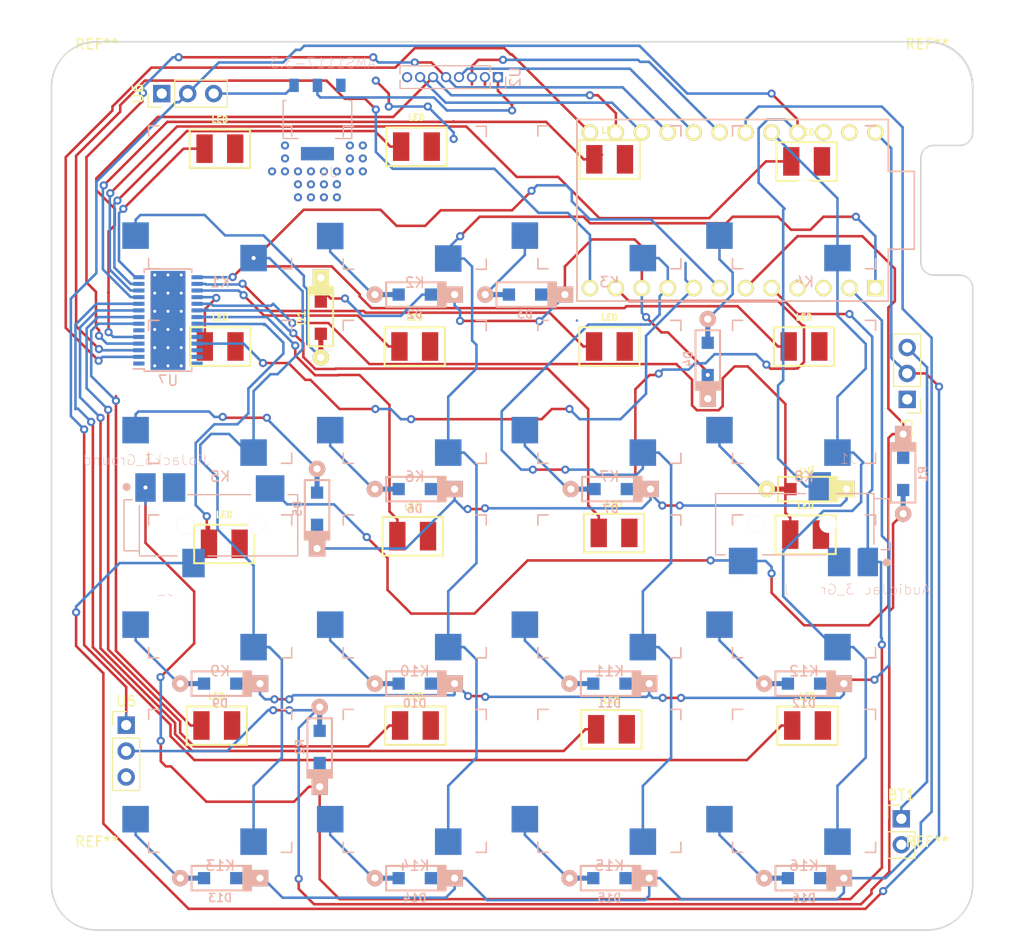
<source format=kicad_pcb>
(kicad_pcb (version 20171130) (host pcbnew "(5.0.0-3-g5ebb6b6)")
  (layers (0 F.Cu signal) (31 B.Cu signal) (34 B.Paste user) (35 F.Paste user) (36 B.SilkS user) (37 F.SilkS user) (38 B.Mask user) (39 F.Mask user) (44 Edge.Cuts user))
  (net 0 "")
  (net 1 /RAW1)
  (net 2 /GND1)
  (net 3 "Net-(D1-Pad2)")
  (net 4 /Row1)
  (net 5 "Net-(D2-Pad2)")
  (net 6 "Net-(D3-Pad2)")
  (net 7 "Net-(D4-Pad2)")
  (net 8 /Row2)
  (net 9 "Net-(D5-Pad2)")
  (net 10 "Net-(D6-Pad2)")
  (net 11 "Net-(D7-Pad2)")
  (net 12 /Row3)
  (net 13 "Net-(D8-Pad2)")
  (net 14 "Net-(D9-Pad2)")
  (net 15 /Col1)
  (net 16 /Col2)
  (net 17 /Col3)
  (net 18 "Net-(U1-Pad3)")
  (net 19 "Net-(U1-Pad4)")
  (net 20 "Net-(U1-Pad14)")
  (net 21 "Net-(U1-Pad15)")
  (net 22 "Net-(U1-Pad16)")
  (net 23 "Net-(U1-Pad17)")
  (net 24 "Net-(U1-Pad18)")
  (net 25 "Net-(U1-Pad22)")
  (net 26 "Net-(U2-Pad8)")
  (net 27 "Net-(BT1-Pad1)")
  (net 28 "Net-(D10-Pad2)")
  (net 29 "Net-(U3-Pad1)")
  (net 30 "Net-(J1-Pad1)")
  (net 31 "Net-(J1-Pad2)")
  (net 32 "Net-(U2-Pad2)")
  (net 33 "Net-(D11-Pad2)")
  (net 34 "Net-(D12-Pad2)")
  (net 35 "Net-(D13-Pad2)")
  (net 36 /Row4)
  (net 37 "Net-(D14-Pad2)")
  (net 38 "Net-(D15-Pad2)")
  (net 39 "Net-(D16-Pad2)")
  (net 40 /VCC1)
  (net 41 /Col4)
  (net 42 "Net-(U1-Pad12)")
  (net 43 "Net-(R1-Pad2)")
  (net 44 "Net-(U5-Pad3)")
  (net 45 "Net-(U4-Pad3)")
  (net 46 "Net-(U6-Pad1)")
  (net 47 "Net-(D20-Pad2)")
  (net 48 "Net-(D21-Pad2)")
  (net 49 "Net-(D22-Pad2)")
  (net 50 "Net-(D23-Pad2)")
  (net 51 "Net-(D24-Pad2)")
  (net 52 "Net-(D25-Pad2)")
  (net 53 "Net-(D26-Pad2)")
  (net 54 "Net-(D27-Pad2)")
  (net 55 "Net-(D28-Pad2)")
  (net 56 "Net-(D29-Pad2)")
  (net 57 "Net-(D30-Pad2)")
  (net 58 "Net-(D31-Pad2)")
  (net 59 "Net-(D32-Pad2)")
  (net 60 "Net-(D33-Pad2)")
  (net 61 "Net-(D34-Pad2)")
  (net 62 "Net-(D35-Pad2)")
  (net 63 "Net-(U1-Pad13)")
  (net 64 /GSCLK)
  (net 65 "Net-(U7-Pad6)")
  (net 66 "Net-(U7-Pad23)")
  (net 67 "Net-(U7-Pad24)")
  (net 68 "Net-(U7-Pad26)")
  (net 69 "Net-(U7-Pad27)")
  (net 70 "Net-(U7-Pad28)")
  (net 71 "Net-(U7-Pad29)")
  (module keyswitches:PG1350_socket (layer F.Cu) (at 149.86 83.82)
    (fp_text reference K6 (at 0 8.3) (layer B.SilkS) (effects (justify mirror)))
    (fp_text value KEYSW)
    (pad "" np_thru_hole circle (at -5.5 0) (size 1.7018 1.7018) (drill 1.7018) (layers *.Cu *.Mask))
    (pad "" np_thru_hole circle (at 5.5 0) (size 1.7018 1.7018) (drill 1.7018) (layers *.Cu *.Mask))
    (pad 1 smd rect (at 3.275 5.95) (size 2.6 2.6) (layers B.Cu B.Paste B.Mask) (net 16 /Col2))
    (pad "" np_thru_hole circle (at -5 3.75) (size 3 3) (drill 3) (layers *.Cu *.Mask))
    (pad "" np_thru_hole circle (at 0 0) (size 3.429 3.429) (drill 3.429) (layers *.Cu *.Mask))
    (pad "" np_thru_hole circle (at 0 5.95) (size 3 3) (drill 3) (layers *.Cu *.Mask))
    (pad 2 smd rect (at -8.275 3.75) (size 2.6 2.6) (layers B.Cu B.Paste B.Mask) (net 10 "Net-(D6-Pad2)"))
    (pad "" np_thru_hole circle (at 5.22 -4.2) (size 0.9906 0.9906) (drill 0.9906) (layers *.Cu *.Mask))
  )
  (module keyboard_parts:D_SOD123_axial (layer B.Cu) (at 149.86 74.295 180)
    (fp_text reference D2 (at 0 -1.925 180) (layer B.SilkS) (effects (font (size 0.8 0.8)) (justify mirror)))
    (fp_text value D hide)
    (pad 2 smd rect (at 2.7 0 180) (size 2.5 0.5) (layers B.Cu) (net 5 "Net-(D2-Pad2)"))
    (pad 1 smd rect (at -2.7 0 180) (size 2.5 0.5) (layers B.Cu) (net 4 /Row1))
    (pad 2 thru_hole circle (at 3.9 0 180) (size 1.6 1.6) (drill 0.7) (layers *.Cu *.Mask B.SilkS) (net 5 "Net-(D2-Pad2)"))
    (pad 1 thru_hole rect (at -3.9 0 180) (size 1.6 1.6) (drill 0.7) (layers *.Cu *.Mask B.SilkS) (net 4 /Row1))
    (pad 1 smd rect (at -1.575 0 180) (size 1.2 1.2) (layers B.Cu B.Paste B.Mask) (net 4 /Row1))
    (pad 2 smd rect (at 1.575 0 180) (size 1.2 1.2) (layers B.Cu B.Paste B.Mask) (net 5 "Net-(D2-Pad2)"))
  )
  (module keyboard_parts:D_SOD123_axial (layer B.Cu) (at 160.655 74.295 180)
    (fp_text reference D3 (at 0 -1.925 180) (layer B.SilkS) (effects (font (size 0.8 0.8)) (justify mirror)))
    (fp_text value D hide)
    (pad 2 smd rect (at 1.575 0 180) (size 1.2 1.2) (layers B.Cu B.Paste B.Mask) (net 6 "Net-(D3-Pad2)"))
    (pad 1 smd rect (at -1.575 0 180) (size 1.2 1.2) (layers B.Cu B.Paste B.Mask) (net 4 /Row1))
    (pad 1 thru_hole rect (at -3.9 0 180) (size 1.6 1.6) (drill 0.7) (layers *.Cu *.Mask B.SilkS) (net 4 /Row1))
    (pad 2 thru_hole circle (at 3.9 0 180) (size 1.6 1.6) (drill 0.7) (layers *.Cu *.Mask B.SilkS) (net 6 "Net-(D3-Pad2)"))
    (pad 1 smd rect (at -2.7 0 180) (size 2.5 0.5) (layers B.Cu) (net 4 /Row1))
    (pad 2 smd rect (at 2.7 0 180) (size 2.5 0.5) (layers B.Cu) (net 6 "Net-(D3-Pad2)"))
  )
  (module keyboard_parts:D_SOD123_axial (layer B.Cu) (at 178.5366 80.5942 90)
    (fp_text reference D4 (at 0 -1.925 90) (layer B.SilkS) (effects (font (size 0.8 0.8)) (justify mirror)))
    (fp_text value D hide)
    (pad 2 smd rect (at 2.7 0 90) (size 2.5 0.5) (layers B.Cu) (net 7 "Net-(D4-Pad2)"))
    (pad 1 smd rect (at -2.7 0 90) (size 2.5 0.5) (layers B.Cu) (net 4 /Row1))
    (pad 2 thru_hole circle (at 3.9 0 90) (size 1.6 1.6) (drill 0.7) (layers *.Cu *.Mask B.SilkS) (net 7 "Net-(D4-Pad2)"))
    (pad 1 thru_hole rect (at -3.9 0 90) (size 1.6 1.6) (drill 0.7) (layers *.Cu *.Mask B.SilkS) (net 4 /Row1))
    (pad 1 smd rect (at -1.575 0 90) (size 1.2 1.2) (layers B.Cu B.Paste B.Mask) (net 4 /Row1))
    (pad 2 smd rect (at 1.575 0 90) (size 1.2 1.2) (layers B.Cu B.Paste B.Mask) (net 7 "Net-(D4-Pad2)"))
  )
  (module keyboard_parts:D_SOD123_axial (layer B.Cu) (at 140.2969 95.2627 90)
    (fp_text reference D5 (at 0 -1.925 90) (layer B.SilkS) (effects (font (size 0.8 0.8)) (justify mirror)))
    (fp_text value D hide)
    (pad 2 smd rect (at 1.575 0 90) (size 1.2 1.2) (layers B.Cu B.Paste B.Mask) (net 9 "Net-(D5-Pad2)"))
    (pad 1 smd rect (at -1.575 0 90) (size 1.2 1.2) (layers B.Cu B.Paste B.Mask) (net 8 /Row2))
    (pad 1 thru_hole rect (at -3.9 0 90) (size 1.6 1.6) (drill 0.7) (layers *.Cu *.Mask B.SilkS) (net 8 /Row2))
    (pad 2 thru_hole circle (at 3.9 0 90) (size 1.6 1.6) (drill 0.7) (layers *.Cu *.Mask B.SilkS) (net 9 "Net-(D5-Pad2)"))
    (pad 1 smd rect (at -2.7 0 90) (size 2.5 0.5) (layers B.Cu) (net 8 /Row2))
    (pad 2 smd rect (at 2.7 0 90) (size 2.5 0.5) (layers B.Cu) (net 9 "Net-(D5-Pad2)"))
  )
  (module keyboard_parts:D_SOD123_axial (layer B.Cu) (at 149.86 93.345 180)
    (fp_text reference D6 (at 0 -1.925 180) (layer B.SilkS) (effects (font (size 0.8 0.8)) (justify mirror)))
    (fp_text value D hide)
    (pad 2 smd rect (at 2.7 0 180) (size 2.5 0.5) (layers B.Cu) (net 10 "Net-(D6-Pad2)"))
    (pad 1 smd rect (at -2.7 0 180) (size 2.5 0.5) (layers B.Cu) (net 8 /Row2))
    (pad 2 thru_hole circle (at 3.9 0 180) (size 1.6 1.6) (drill 0.7) (layers *.Cu *.Mask B.SilkS) (net 10 "Net-(D6-Pad2)"))
    (pad 1 thru_hole rect (at -3.9 0 180) (size 1.6 1.6) (drill 0.7) (layers *.Cu *.Mask B.SilkS) (net 8 /Row2))
    (pad 1 smd rect (at -1.575 0 180) (size 1.2 1.2) (layers B.Cu B.Paste B.Mask) (net 8 /Row2))
    (pad 2 smd rect (at 1.575 0 180) (size 1.2 1.2) (layers B.Cu B.Paste B.Mask) (net 10 "Net-(D6-Pad2)"))
  )
  (module keyboard_parts:D_SOD123_axial (layer B.Cu) (at 169.037 93.345 180)
    (fp_text reference D7 (at 0 -1.925 180) (layer B.SilkS) (effects (font (size 0.8 0.8)) (justify mirror)))
    (fp_text value D hide)
    (pad 2 smd rect (at 1.575 0 180) (size 1.2 1.2) (layers B.Cu B.Paste B.Mask) (net 11 "Net-(D7-Pad2)"))
    (pad 1 smd rect (at -1.575 0 180) (size 1.2 1.2) (layers B.Cu B.Paste B.Mask) (net 8 /Row2))
    (pad 1 thru_hole rect (at -3.9 0 180) (size 1.6 1.6) (drill 0.7) (layers *.Cu *.Mask B.SilkS) (net 8 /Row2))
    (pad 2 thru_hole circle (at 3.9 0 180) (size 1.6 1.6) (drill 0.7) (layers *.Cu *.Mask B.SilkS) (net 11 "Net-(D7-Pad2)"))
    (pad 1 smd rect (at -2.7 0 180) (size 2.5 0.5) (layers B.Cu) (net 8 /Row2))
    (pad 2 smd rect (at 2.7 0 180) (size 2.5 0.5) (layers B.Cu) (net 11 "Net-(D7-Pad2)"))
  )
  (module keyboard_parts:D_SOD123_axial (layer F.Cu) (at 188.214 93.345 180)
    (fp_text reference D8 (at 0 1.925 180) (layer F.SilkS) (effects (font (size 0.8 0.8))))
    (fp_text value D hide)
    (pad 2 smd rect (at 2.7 0 180) (size 2.5 0.5) (layers F.Cu) (net 13 "Net-(D8-Pad2)"))
    (pad 1 smd rect (at -2.7 0 180) (size 2.5 0.5) (layers F.Cu) (net 8 /Row2))
    (pad 2 thru_hole circle (at 3.9 0 180) (size 1.6 1.6) (drill 0.7) (layers *.Cu *.Mask F.SilkS) (net 13 "Net-(D8-Pad2)"))
    (pad 1 thru_hole rect (at -3.9 0 180) (size 1.6 1.6) (drill 0.7) (layers *.Cu *.Mask F.SilkS) (net 8 /Row2))
    (pad 1 smd rect (at -1.575 0 180) (size 1.2 1.2) (layers F.Cu F.Paste F.Mask) (net 8 /Row2))
    (pad 2 smd rect (at 1.575 0 180) (size 1.2 1.2) (layers F.Cu F.Paste F.Mask) (net 13 "Net-(D8-Pad2)"))
  )
  (module keyboard_parts:D_SOD123_axial (layer B.Cu) (at 130.81 112.395 180)
    (fp_text reference D9 (at 0 -1.925 180) (layer B.SilkS) (effects (font (size 0.8 0.8)) (justify mirror)))
    (fp_text value D hide)
    (pad 2 smd rect (at 1.575 0 180) (size 1.2 1.2) (layers B.Cu B.Paste B.Mask) (net 14 "Net-(D9-Pad2)"))
    (pad 1 smd rect (at -1.575 0 180) (size 1.2 1.2) (layers B.Cu B.Paste B.Mask) (net 12 /Row3))
    (pad 1 thru_hole rect (at -3.9 0 180) (size 1.6 1.6) (drill 0.7) (layers *.Cu *.Mask B.SilkS) (net 12 /Row3))
    (pad 2 thru_hole circle (at 3.9 0 180) (size 1.6 1.6) (drill 0.7) (layers *.Cu *.Mask B.SilkS) (net 14 "Net-(D9-Pad2)"))
    (pad 1 smd rect (at -2.7 0 180) (size 2.5 0.5) (layers B.Cu) (net 12 /Row3))
    (pad 2 smd rect (at 2.7 0 180) (size 2.5 0.5) (layers B.Cu) (net 14 "Net-(D9-Pad2)"))
  )
  (module keyswitches:PG1350_socket (layer F.Cu) (at 130.81 64.77)
    (fp_text reference K1 (at 0 8.3) (layer B.SilkS) (effects (justify mirror)))
    (fp_text value KEYSW)
    (pad "" np_thru_hole circle (at 5.22 -4.2) (size 0.9906 0.9906) (drill 0.9906) (layers *.Cu *.Mask))
    (pad 2 smd rect (at -8.275 3.75) (size 2.6 2.6) (layers B.Cu B.Paste B.Mask) (net 3 "Net-(D1-Pad2)"))
    (pad "" np_thru_hole circle (at 0 5.95) (size 3 3) (drill 3) (layers *.Cu *.Mask))
    (pad "" np_thru_hole circle (at 0 0) (size 3.429 3.429) (drill 3.429) (layers *.Cu *.Mask))
    (pad "" np_thru_hole circle (at -5 3.75) (size 3 3) (drill 3) (layers *.Cu *.Mask))
    (pad 1 smd rect (at 3.275 5.95) (size 2.6 2.6) (layers B.Cu B.Paste B.Mask) (net 15 /Col1))
    (pad "" np_thru_hole circle (at 5.5 0) (size 1.7018 1.7018) (drill 1.7018) (layers *.Cu *.Mask))
    (pad "" np_thru_hole circle (at -5.5 0) (size 1.7018 1.7018) (drill 1.7018) (layers *.Cu *.Mask))
  )
  (module keyswitches:PG1350_socket (layer F.Cu) (at 149.86 64.814)
    (fp_text reference K2 (at 0 8.3) (layer B.SilkS) (effects (justify mirror)))
    (fp_text value KEYSW)
    (pad "" np_thru_hole circle (at -5.5 0) (size 1.7018 1.7018) (drill 1.7018) (layers *.Cu *.Mask))
    (pad "" np_thru_hole circle (at 5.5 0) (size 1.7018 1.7018) (drill 1.7018) (layers *.Cu *.Mask))
    (pad 1 smd rect (at 3.275 5.95) (size 2.6 2.6) (layers B.Cu B.Paste B.Mask) (net 16 /Col2))
    (pad "" np_thru_hole circle (at -5 3.75) (size 3 3) (drill 3) (layers *.Cu *.Mask))
    (pad "" np_thru_hole circle (at 0 0) (size 3.429 3.429) (drill 3.429) (layers *.Cu *.Mask))
    (pad "" np_thru_hole circle (at 0 5.95) (size 3 3) (drill 3) (layers *.Cu *.Mask))
    (pad 2 smd rect (at -8.275 3.75) (size 2.6 2.6) (layers B.Cu B.Paste B.Mask) (net 5 "Net-(D2-Pad2)"))
    (pad "" np_thru_hole circle (at 5.22 -4.2) (size 0.9906 0.9906) (drill 0.9906) (layers *.Cu *.Mask))
  )
  (module keyswitches:PG1350_socket (layer F.Cu) (at 168.91 64.77)
    (fp_text reference K3 (at 0 8.3) (layer B.SilkS) (effects (justify mirror)))
    (fp_text value KEYSW)
    (pad "" np_thru_hole circle (at 5.22 -4.2) (size 0.9906 0.9906) (drill 0.9906) (layers *.Cu *.Mask))
    (pad 2 smd rect (at -8.275 3.75) (size 2.6 2.6) (layers B.Cu B.Paste B.Mask) (net 6 "Net-(D3-Pad2)"))
    (pad "" np_thru_hole circle (at 0 5.95) (size 3 3) (drill 3) (layers *.Cu *.Mask))
    (pad "" np_thru_hole circle (at 0 0) (size 3.429 3.429) (drill 3.429) (layers *.Cu *.Mask))
    (pad "" np_thru_hole circle (at -5 3.75) (size 3 3) (drill 3) (layers *.Cu *.Mask))
    (pad 1 smd rect (at 3.275 5.95) (size 2.6 2.6) (layers B.Cu B.Paste B.Mask) (net 17 /Col3))
    (pad "" np_thru_hole circle (at 5.5 0) (size 1.7018 1.7018) (drill 1.7018) (layers *.Cu *.Mask))
    (pad "" np_thru_hole circle (at -5.5 0) (size 1.7018 1.7018) (drill 1.7018) (layers *.Cu *.Mask))
  )
  (module keyswitches:PG1350_socket (layer F.Cu) (at 187.96 64.77)
    (fp_text reference K4 (at 0 8.3) (layer B.SilkS) (effects (justify mirror)))
    (fp_text value KEYSW)
    (pad "" np_thru_hole circle (at -5.5 0) (size 1.7018 1.7018) (drill 1.7018) (layers *.Cu *.Mask))
    (pad "" np_thru_hole circle (at 5.5 0) (size 1.7018 1.7018) (drill 1.7018) (layers *.Cu *.Mask))
    (pad 1 smd rect (at 3.275 5.95) (size 2.6 2.6) (layers B.Cu B.Paste B.Mask) (net 41 /Col4))
    (pad "" np_thru_hole circle (at -5 3.75) (size 3 3) (drill 3) (layers *.Cu *.Mask))
    (pad "" np_thru_hole circle (at 0 0) (size 3.429 3.429) (drill 3.429) (layers *.Cu *.Mask))
    (pad "" np_thru_hole circle (at 0 5.95) (size 3 3) (drill 3) (layers *.Cu *.Mask))
    (pad 2 smd rect (at -8.275 3.75) (size 2.6 2.6) (layers B.Cu B.Paste B.Mask) (net 7 "Net-(D4-Pad2)"))
    (pad "" np_thru_hole circle (at 5.22 -4.2) (size 0.9906 0.9906) (drill 0.9906) (layers *.Cu *.Mask))
  )
  (module keyswitches:PG1350_socket (layer F.Cu) (at 130.81 83.82)
    (fp_text reference K5 (at 0 8.3) (layer B.SilkS) (effects (justify mirror)))
    (fp_text value KEYSW)
    (pad "" np_thru_hole circle (at 5.22 -4.2) (size 0.9906 0.9906) (drill 0.9906) (layers *.Cu *.Mask))
    (pad 2 smd rect (at -8.275 3.75) (size 2.6 2.6) (layers B.Cu B.Paste B.Mask) (net 9 "Net-(D5-Pad2)"))
    (pad "" np_thru_hole circle (at 0 5.95) (size 3 3) (drill 3) (layers *.Cu *.Mask))
    (pad "" np_thru_hole circle (at 0 0) (size 3.429 3.429) (drill 3.429) (layers *.Cu *.Mask))
    (pad "" np_thru_hole circle (at -5 3.75) (size 3 3) (drill 3) (layers *.Cu *.Mask))
    (pad 1 smd rect (at 3.275 5.95) (size 2.6 2.6) (layers B.Cu B.Paste B.Mask) (net 15 /Col1))
    (pad "" np_thru_hole circle (at 5.5 0) (size 1.7018 1.7018) (drill 1.7018) (layers *.Cu *.Mask))
    (pad "" np_thru_hole circle (at -5.5 0) (size 1.7018 1.7018) (drill 1.7018) (layers *.Cu *.Mask))
  )
  (module keyswitches:PG1350_socket (layer F.Cu) (at 168.91 83.82)
    (fp_text reference K7 (at 0 8.3) (layer B.SilkS) (effects (justify mirror)))
    (fp_text value KEYSW)
    (pad "" np_thru_hole circle (at 5.22 -4.2) (size 0.9906 0.9906) (drill 0.9906) (layers *.Cu *.Mask))
    (pad 2 smd rect (at -8.275 3.75) (size 2.6 2.6) (layers B.Cu B.Paste B.Mask) (net 11 "Net-(D7-Pad2)"))
    (pad "" np_thru_hole circle (at 0 5.95) (size 3 3) (drill 3) (layers *.Cu *.Mask))
    (pad "" np_thru_hole circle (at 0 0) (size 3.429 3.429) (drill 3.429) (layers *.Cu *.Mask))
    (pad "" np_thru_hole circle (at -5 3.75) (size 3 3) (drill 3) (layers *.Cu *.Mask))
    (pad 1 smd rect (at 3.275 5.95) (size 2.6 2.6) (layers B.Cu B.Paste B.Mask) (net 17 /Col3))
    (pad "" np_thru_hole circle (at 5.5 0) (size 1.7018 1.7018) (drill 1.7018) (layers *.Cu *.Mask))
    (pad "" np_thru_hole circle (at -5.5 0) (size 1.7018 1.7018) (drill 1.7018) (layers *.Cu *.Mask))
  )
  (module keyswitches:PG1350_socket (layer F.Cu) (at 187.96 83.82)
    (fp_text reference K8 (at 0 8.3) (layer B.SilkS) (effects (justify mirror)))
    (fp_text value KEYSW)
    (pad "" np_thru_hole circle (at -5.5 0) (size 1.7018 1.7018) (drill 1.7018) (layers *.Cu *.Mask))
    (pad "" np_thru_hole circle (at 5.5 0) (size 1.7018 1.7018) (drill 1.7018) (layers *.Cu *.Mask))
    (pad 1 smd rect (at 3.275 5.95) (size 2.6 2.6) (layers B.Cu B.Paste B.Mask) (net 41 /Col4))
    (pad "" np_thru_hole circle (at -5 3.75) (size 3 3) (drill 3) (layers *.Cu *.Mask))
    (pad "" np_thru_hole circle (at 0 0) (size 3.429 3.429) (drill 3.429) (layers *.Cu *.Mask))
    (pad "" np_thru_hole circle (at 0 5.95) (size 3 3) (drill 3) (layers *.Cu *.Mask))
    (pad 2 smd rect (at -8.275 3.75) (size 2.6 2.6) (layers B.Cu B.Paste B.Mask) (net 13 "Net-(D8-Pad2)"))
    (pad "" np_thru_hole circle (at 5.22 -4.2) (size 0.9906 0.9906) (drill 0.9906) (layers *.Cu *.Mask))
  )
  (module keyswitches:PG1350_socket (layer F.Cu) (at 130.81 102.87)
    (fp_text reference K9 (at 0 8.3) (layer B.SilkS) (effects (justify mirror)))
    (fp_text value KEYSW)
    (pad "" np_thru_hole circle (at 5.22 -4.2) (size 0.9906 0.9906) (drill 0.9906) (layers *.Cu *.Mask))
    (pad 2 smd rect (at -8.275 3.75) (size 2.6 2.6) (layers B.Cu B.Paste B.Mask) (net 14 "Net-(D9-Pad2)"))
    (pad "" np_thru_hole circle (at 0 5.95) (size 3 3) (drill 3) (layers *.Cu *.Mask))
    (pad "" np_thru_hole circle (at 0 0) (size 3.429 3.429) (drill 3.429) (layers *.Cu *.Mask))
    (pad "" np_thru_hole circle (at -5 3.75) (size 3 3) (drill 3) (layers *.Cu *.Mask))
    (pad 1 smd rect (at 3.275 5.95) (size 2.6 2.6) (layers B.Cu B.Paste B.Mask) (net 15 /Col1))
    (pad "" np_thru_hole circle (at 5.5 0) (size 1.7018 1.7018) (drill 1.7018) (layers *.Cu *.Mask))
    (pad "" np_thru_hole circle (at -5.5 0) (size 1.7018 1.7018) (drill 1.7018) (layers *.Cu *.Mask))
  )
  (module keyboard_parts:nrf24l01header (layer B.Cu) (at 158 53 90)
    (fp_text reference U2 (at 0 1.695 90) (layer B.SilkS) (effects (justify mirror)))
    (fp_text value NRF24L01_Breakout)
    (pad 8 thru_hole oval (at 0 -8.89 90) (size 1 1) (drill 0.65) (layers *.Cu *.Mask) (net 26 "Net-(U2-Pad8)"))
    (pad 7 thru_hole oval (at 0 -7.62 90) (size 1 1) (drill 0.65) (layers *.Cu *.Mask) (net 21 "Net-(U1-Pad15)"))
    (pad 6 thru_hole oval (at 0 -6.35 90) (size 1 1) (drill 0.65) (layers *.Cu *.Mask) (net 20 "Net-(U1-Pad14)"))
    (pad 5 thru_hole oval (at 0 -5.08 90) (size 1 1) (drill 0.65) (layers *.Cu *.Mask) (net 22 "Net-(U1-Pad16)"))
    (pad 4 thru_hole oval (at 0 -3.81 90) (size 1 1) (drill 0.65) (layers *.Cu *.Mask) (net 23 "Net-(U1-Pad17)"))
    (pad 3 thru_hole oval (at 0 -2.54 90) (size 1 1) (drill 0.65) (layers *.Cu *.Mask) (net 24 "Net-(U1-Pad18)"))
    (pad 1 thru_hole oval (at 0 -1.27 90) (size 1 1) (drill 0.65) (layers *.Cu *.Mask) (net 2 /GND1))
    (pad 2 thru_hole rect (at 0 0 90) (size 1 1) (drill 0.65) (layers *.Cu *.Mask) (net 32 "Net-(U2-Pad2)"))
  )
  (module Connector_PinHeader_2.54mm:PinHeader_1x03_P2.54mm_Vertical (layer F.Cu) (at 198.0565 84.5566 180)
    (fp_text reference U3 (at 0 -2.865 -90) (layer F.SilkS))
    (fp_text value ADG417BN)
    (pad 1 thru_hole rect (at 0 0 180) (size 1.7 1.7) (drill 1) (layers *.Cu *.Mask) (net 29 "Net-(U3-Pad1)"))
    (pad 2 thru_hole oval (at 0 2.54 180) (size 1.7 1.7) (drill 1) (layers *.Cu *.Mask) (net 1 /RAW1))
    (pad 3 thru_hole oval (at 0 5.08 180) (size 1.7 1.7) (drill 1) (layers *.Cu *.Mask) (net 27 "Net-(BT1-Pad1)"))
  )
  (module promicro:AMS1117flipped (layer F.Cu) (at 140.335 57.15 180)
    (fp_text reference U4 (at -1.15205 -5.14412 180) (layer B.SilkS) (effects (font (size 1.00177 1.00177) (thickness 0.05)) (justify mirror)))
    (fp_text value AMS1117-3.3 (at -0.51591 5.53482 180) (layer B.SilkS) (effects (font (size 1.00178 1.00178) (thickness 0.05)) (justify mirror)))
    (pad 1 smd rect (at -2.29 3.345 180) (size 0.93 1.31) (layers B.Cu B.Paste B.Mask) (net 2 /GND1))
    (pad 2 smd rect (at 0 3.345 180) (size 0.93 1.31) (layers B.Cu B.Paste B.Mask) (net 32 "Net-(U2-Pad2)"))
    (pad 3 smd rect (at 2.29 3.345 180) (size 0.93 1.31) (layers B.Cu B.Paste B.Mask) (net 45 "Net-(U4-Pad3)"))
    (pad 4 smd rect (at 0 -3.345 180) (size 3.24 1.31) (layers B.Cu B.Paste B.Mask))
  )
  (module keyboard_parts:D_SOD123_axial (layer B.Cu) (at 149.86 112.395 180)
    (fp_text reference D10 (at 0 -1.925 180) (layer B.SilkS) (effects (font (size 0.8 0.8)) (justify mirror)))
    (fp_text value D hide)
    (pad 2 smd rect (at 1.575 0 180) (size 1.2 1.2) (layers B.Cu B.Paste B.Mask) (net 28 "Net-(D10-Pad2)"))
    (pad 1 smd rect (at -1.575 0 180) (size 1.2 1.2) (layers B.Cu B.Paste B.Mask) (net 12 /Row3))
    (pad 1 thru_hole rect (at -3.9 0 180) (size 1.6 1.6) (drill 0.7) (layers *.Cu *.Mask B.SilkS) (net 12 /Row3))
    (pad 2 thru_hole circle (at 3.9 0 180) (size 1.6 1.6) (drill 0.7) (layers *.Cu *.Mask B.SilkS) (net 28 "Net-(D10-Pad2)"))
    (pad 1 smd rect (at -2.7 0 180) (size 2.5 0.5) (layers B.Cu) (net 12 /Row3))
    (pad 2 smd rect (at 2.7 0 180) (size 2.5 0.5) (layers B.Cu) (net 28 "Net-(D10-Pad2)"))
  )
  (module keyboard_parts:D_SOD123_axial (layer B.Cu) (at 168.91 112.395 180)
    (fp_text reference D11 (at 0 -1.925 180) (layer B.SilkS) (effects (font (size 0.8 0.8)) (justify mirror)))
    (fp_text value D hide)
    (pad 2 smd rect (at 2.7 0 180) (size 2.5 0.5) (layers B.Cu) (net 33 "Net-(D11-Pad2)"))
    (pad 1 smd rect (at -2.7 0 180) (size 2.5 0.5) (layers B.Cu) (net 12 /Row3))
    (pad 2 thru_hole circle (at 3.9 0 180) (size 1.6 1.6) (drill 0.7) (layers *.Cu *.Mask B.SilkS) (net 33 "Net-(D11-Pad2)"))
    (pad 1 thru_hole rect (at -3.9 0 180) (size 1.6 1.6) (drill 0.7) (layers *.Cu *.Mask B.SilkS) (net 12 /Row3))
    (pad 1 smd rect (at -1.575 0 180) (size 1.2 1.2) (layers B.Cu B.Paste B.Mask) (net 12 /Row3))
    (pad 2 smd rect (at 1.575 0 180) (size 1.2 1.2) (layers B.Cu B.Paste B.Mask) (net 33 "Net-(D11-Pad2)"))
  )
  (module keyboard_parts:D_SOD123_axial (layer B.Cu) (at 187.96 112.395 180)
    (fp_text reference D12 (at 0 -1.925 180) (layer B.SilkS) (effects (font (size 0.8 0.8)) (justify mirror)))
    (fp_text value D hide)
    (pad 2 smd rect (at 1.575 0 180) (size 1.2 1.2) (layers B.Cu B.Paste B.Mask) (net 34 "Net-(D12-Pad2)"))
    (pad 1 smd rect (at -1.575 0 180) (size 1.2 1.2) (layers B.Cu B.Paste B.Mask) (net 12 /Row3))
    (pad 1 thru_hole rect (at -3.9 0 180) (size 1.6 1.6) (drill 0.7) (layers *.Cu *.Mask B.SilkS) (net 12 /Row3))
    (pad 2 thru_hole circle (at 3.9 0 180) (size 1.6 1.6) (drill 0.7) (layers *.Cu *.Mask B.SilkS) (net 34 "Net-(D12-Pad2)"))
    (pad 1 smd rect (at -2.7 0 180) (size 2.5 0.5) (layers B.Cu) (net 12 /Row3))
    (pad 2 smd rect (at 2.7 0 180) (size 2.5 0.5) (layers B.Cu) (net 34 "Net-(D12-Pad2)"))
  )
  (module keyboard_parts:D_SOD123_axial (layer B.Cu) (at 130.81 131.445 180)
    (fp_text reference D13 (at 0 -1.925 180) (layer B.SilkS) (effects (font (size 0.8 0.8)) (justify mirror)))
    (fp_text value D hide)
    (pad 2 smd rect (at 2.7 0 180) (size 2.5 0.5) (layers B.Cu) (net 35 "Net-(D13-Pad2)"))
    (pad 1 smd rect (at -2.7 0 180) (size 2.5 0.5) (layers B.Cu) (net 36 /Row4))
    (pad 2 thru_hole circle (at 3.9 0 180) (size 1.6 1.6) (drill 0.7) (layers *.Cu *.Mask B.SilkS) (net 35 "Net-(D13-Pad2)"))
    (pad 1 thru_hole rect (at -3.9 0 180) (size 1.6 1.6) (drill 0.7) (layers *.Cu *.Mask B.SilkS) (net 36 /Row4))
    (pad 1 smd rect (at -1.575 0 180) (size 1.2 1.2) (layers B.Cu B.Paste B.Mask) (net 36 /Row4))
    (pad 2 smd rect (at 1.575 0 180) (size 1.2 1.2) (layers B.Cu B.Paste B.Mask) (net 35 "Net-(D13-Pad2)"))
  )
  (module keyboard_parts:D_SOD123_axial (layer B.Cu) (at 149.86 131.445 180)
    (fp_text reference D14 (at 0 -1.925 180) (layer B.SilkS) (effects (font (size 0.8 0.8)) (justify mirror)))
    (fp_text value D hide)
    (pad 2 smd rect (at 1.575 0 180) (size 1.2 1.2) (layers B.Cu B.Paste B.Mask) (net 37 "Net-(D14-Pad2)"))
    (pad 1 smd rect (at -1.575 0 180) (size 1.2 1.2) (layers B.Cu B.Paste B.Mask) (net 36 /Row4))
    (pad 1 thru_hole rect (at -3.9 0 180) (size 1.6 1.6) (drill 0.7) (layers *.Cu *.Mask B.SilkS) (net 36 /Row4))
    (pad 2 thru_hole circle (at 3.9 0 180) (size 1.6 1.6) (drill 0.7) (layers *.Cu *.Mask B.SilkS) (net 37 "Net-(D14-Pad2)"))
    (pad 1 smd rect (at -2.7 0 180) (size 2.5 0.5) (layers B.Cu) (net 36 /Row4))
    (pad 2 smd rect (at 2.7 0 180) (size 2.5 0.5) (layers B.Cu) (net 37 "Net-(D14-Pad2)"))
  )
  (module keyboard_parts:D_SOD123_axial (layer B.Cu) (at 168.91 131.445 180)
    (fp_text reference D15 (at 0 -1.925 180) (layer B.SilkS) (effects (font (size 0.8 0.8)) (justify mirror)))
    (fp_text value D hide)
    (pad 2 smd rect (at 2.7 0 180) (size 2.5 0.5) (layers B.Cu) (net 38 "Net-(D15-Pad2)"))
    (pad 1 smd rect (at -2.7 0 180) (size 2.5 0.5) (layers B.Cu) (net 36 /Row4))
    (pad 2 thru_hole circle (at 3.9 0 180) (size 1.6 1.6) (drill 0.7) (layers *.Cu *.Mask B.SilkS) (net 38 "Net-(D15-Pad2)"))
    (pad 1 thru_hole rect (at -3.9 0 180) (size 1.6 1.6) (drill 0.7) (layers *.Cu *.Mask B.SilkS) (net 36 /Row4))
    (pad 1 smd rect (at -1.575 0 180) (size 1.2 1.2) (layers B.Cu B.Paste B.Mask) (net 36 /Row4))
    (pad 2 smd rect (at 1.575 0 180) (size 1.2 1.2) (layers B.Cu B.Paste B.Mask) (net 38 "Net-(D15-Pad2)"))
  )
  (module keyboard_parts:D_SOD123_axial (layer B.Cu) (at 187.96 131.445 180)
    (fp_text reference D16 (at 0 -1.925 180) (layer B.SilkS) (effects (font (size 0.8 0.8)) (justify mirror)))
    (fp_text value D hide)
    (pad 2 smd rect (at 1.575 0 180) (size 1.2 1.2) (layers B.Cu B.Paste B.Mask) (net 39 "Net-(D16-Pad2)"))
    (pad 1 smd rect (at -1.575 0 180) (size 1.2 1.2) (layers B.Cu B.Paste B.Mask) (net 36 /Row4))
    (pad 1 thru_hole rect (at -3.9 0 180) (size 1.6 1.6) (drill 0.7) (layers *.Cu *.Mask B.SilkS) (net 36 /Row4))
    (pad 2 thru_hole circle (at 3.9 0 180) (size 1.6 1.6) (drill 0.7) (layers *.Cu *.Mask B.SilkS) (net 39 "Net-(D16-Pad2)"))
    (pad 1 smd rect (at -2.7 0 180) (size 2.5 0.5) (layers B.Cu) (net 36 /Row4))
    (pad 2 smd rect (at 2.7 0 180) (size 2.5 0.5) (layers B.Cu) (net 39 "Net-(D16-Pad2)"))
  )
  (module keyswitches:PG1350_socket (layer F.Cu) (at 149.86 102.87)
    (fp_text reference K10 (at 0 8.3) (layer B.SilkS) (effects (justify mirror)))
    (fp_text value KEYSW)
    (pad "" np_thru_hole circle (at -5.5 0) (size 1.7018 1.7018) (drill 1.7018) (layers *.Cu *.Mask))
    (pad "" np_thru_hole circle (at 5.5 0) (size 1.7018 1.7018) (drill 1.7018) (layers *.Cu *.Mask))
    (pad 1 smd rect (at 3.275 5.95) (size 2.6 2.6) (layers B.Cu B.Paste B.Mask) (net 16 /Col2))
    (pad "" np_thru_hole circle (at -5 3.75) (size 3 3) (drill 3) (layers *.Cu *.Mask))
    (pad "" np_thru_hole circle (at 0 0) (size 3.429 3.429) (drill 3.429) (layers *.Cu *.Mask))
    (pad "" np_thru_hole circle (at 0 5.95) (size 3 3) (drill 3) (layers *.Cu *.Mask))
    (pad 2 smd rect (at -8.275 3.75) (size 2.6 2.6) (layers B.Cu B.Paste B.Mask) (net 28 "Net-(D10-Pad2)"))
    (pad "" np_thru_hole circle (at 5.22 -4.2) (size 0.9906 0.9906) (drill 0.9906) (layers *.Cu *.Mask))
  )
  (module keyswitches:PG1350_socket (layer F.Cu) (at 168.91 102.87)
    (fp_text reference K11 (at 0 8.3) (layer B.SilkS) (effects (justify mirror)))
    (fp_text value KEYSW)
    (pad "" np_thru_hole circle (at 5.22 -4.2) (size 0.9906 0.9906) (drill 0.9906) (layers *.Cu *.Mask))
    (pad 2 smd rect (at -8.275 3.75) (size 2.6 2.6) (layers B.Cu B.Paste B.Mask) (net 33 "Net-(D11-Pad2)"))
    (pad "" np_thru_hole circle (at 0 5.95) (size 3 3) (drill 3) (layers *.Cu *.Mask))
    (pad "" np_thru_hole circle (at 0 0) (size 3.429 3.429) (drill 3.429) (layers *.Cu *.Mask))
    (pad "" np_thru_hole circle (at -5 3.75) (size 3 3) (drill 3) (layers *.Cu *.Mask))
    (pad 1 smd rect (at 3.275 5.95) (size 2.6 2.6) (layers B.Cu B.Paste B.Mask) (net 17 /Col3))
    (pad "" np_thru_hole circle (at 5.5 0) (size 1.7018 1.7018) (drill 1.7018) (layers *.Cu *.Mask))
    (pad "" np_thru_hole circle (at -5.5 0) (size 1.7018 1.7018) (drill 1.7018) (layers *.Cu *.Mask))
  )
  (module keyswitches:PG1350_socket (layer F.Cu) (at 187.96 102.87)
    (fp_text reference K12 (at 0 8.3) (layer B.SilkS) (effects (justify mirror)))
    (fp_text value KEYSW)
    (pad "" np_thru_hole circle (at 5.22 -4.2) (size 0.9906 0.9906) (drill 0.9906) (layers *.Cu *.Mask))
    (pad 2 smd rect (at -8.275 3.75) (size 2.6 2.6) (layers B.Cu B.Paste B.Mask) (net 34 "Net-(D12-Pad2)"))
    (pad "" np_thru_hole circle (at 0 5.95) (size 3 3) (drill 3) (layers *.Cu *.Mask))
    (pad "" np_thru_hole circle (at 0 0) (size 3.429 3.429) (drill 3.429) (layers *.Cu *.Mask))
    (pad "" np_thru_hole circle (at -5 3.75) (size 3 3) (drill 3) (layers *.Cu *.Mask))
    (pad 1 smd rect (at 3.275 5.95) (size 2.6 2.6) (layers B.Cu B.Paste B.Mask) (net 41 /Col4))
    (pad "" np_thru_hole circle (at 5.5 0) (size 1.7018 1.7018) (drill 1.7018) (layers *.Cu *.Mask))
    (pad "" np_thru_hole circle (at -5.5 0) (size 1.7018 1.7018) (drill 1.7018) (layers *.Cu *.Mask))
  )
  (module keyswitches:PG1350_socket (layer F.Cu) (at 130.81 121.92)
    (fp_text reference K13 (at 0 8.3) (layer B.SilkS) (effects (justify mirror)))
    (fp_text value KEYSW)
    (pad "" np_thru_hole circle (at -5.5 0) (size 1.7018 1.7018) (drill 1.7018) (layers *.Cu *.Mask))
    (pad "" np_thru_hole circle (at 5.5 0) (size 1.7018 1.7018) (drill 1.7018) (layers *.Cu *.Mask))
    (pad 1 smd rect (at 3.275 5.95) (size 2.6 2.6) (layers B.Cu B.Paste B.Mask) (net 15 /Col1))
    (pad "" np_thru_hole circle (at -5 3.75) (size 3 3) (drill 3) (layers *.Cu *.Mask))
    (pad "" np_thru_hole circle (at 0 0) (size 3.429 3.429) (drill 3.429) (layers *.Cu *.Mask))
    (pad "" np_thru_hole circle (at 0 5.95) (size 3 3) (drill 3) (layers *.Cu *.Mask))
    (pad 2 smd rect (at -8.275 3.75) (size 2.6 2.6) (layers B.Cu B.Paste B.Mask) (net 35 "Net-(D13-Pad2)"))
    (pad "" np_thru_hole circle (at 5.22 -4.2) (size 0.9906 0.9906) (drill 0.9906) (layers *.Cu *.Mask))
  )
  (module keyswitches:PG1350_socket (layer F.Cu) (at 149.86 121.92)
    (fp_text reference K14 (at 0 8.3) (layer B.SilkS) (effects (justify mirror)))
    (fp_text value KEYSW)
    (pad "" np_thru_hole circle (at 5.22 -4.2) (size 0.9906 0.9906) (drill 0.9906) (layers *.Cu *.Mask))
    (pad 2 smd rect (at -8.275 3.75) (size 2.6 2.6) (layers B.Cu B.Paste B.Mask) (net 37 "Net-(D14-Pad2)"))
    (pad "" np_thru_hole circle (at 0 5.95) (size 3 3) (drill 3) (layers *.Cu *.Mask))
    (pad "" np_thru_hole circle (at 0 0) (size 3.429 3.429) (drill 3.429) (layers *.Cu *.Mask))
    (pad "" np_thru_hole circle (at -5 3.75) (size 3 3) (drill 3) (layers *.Cu *.Mask))
    (pad 1 smd rect (at 3.275 5.95) (size 2.6 2.6) (layers B.Cu B.Paste B.Mask) (net 16 /Col2))
    (pad "" np_thru_hole circle (at 5.5 0) (size 1.7018 1.7018) (drill 1.7018) (layers *.Cu *.Mask))
    (pad "" np_thru_hole circle (at -5.5 0) (size 1.7018 1.7018) (drill 1.7018) (layers *.Cu *.Mask))
  )
  (module keyswitches:PG1350_socket (layer F.Cu) (at 168.91 121.92)
    (fp_text reference K15 (at 0 8.3) (layer B.SilkS) (effects (justify mirror)))
    (fp_text value KEYSW)
    (pad "" np_thru_hole circle (at -5.5 0) (size 1.7018 1.7018) (drill 1.7018) (layers *.Cu *.Mask))
    (pad "" np_thru_hole circle (at 5.5 0) (size 1.7018 1.7018) (drill 1.7018) (layers *.Cu *.Mask))
    (pad 1 smd rect (at 3.275 5.95) (size 2.6 2.6) (layers B.Cu B.Paste B.Mask) (net 17 /Col3))
    (pad "" np_thru_hole circle (at -5 3.75) (size 3 3) (drill 3) (layers *.Cu *.Mask))
    (pad "" np_thru_hole circle (at 0 0) (size 3.429 3.429) (drill 3.429) (layers *.Cu *.Mask))
    (pad "" np_thru_hole circle (at 0 5.95) (size 3 3) (drill 3) (layers *.Cu *.Mask))
    (pad 2 smd rect (at -8.275 3.75) (size 2.6 2.6) (layers B.Cu B.Paste B.Mask) (net 38 "Net-(D15-Pad2)"))
    (pad "" np_thru_hole circle (at 5.22 -4.2) (size 0.9906 0.9906) (drill 0.9906) (layers *.Cu *.Mask))
  )
  (module keyswitches:PG1350_socket (layer F.Cu) (at 187.96 121.92)
    (fp_text reference K16 (at 0 8.3) (layer B.SilkS) (effects (justify mirror)))
    (fp_text value KEYSW)
    (pad "" np_thru_hole circle (at 5.22 -4.2) (size 0.9906 0.9906) (drill 0.9906) (layers *.Cu *.Mask))
    (pad 2 smd rect (at -8.275 3.75) (size 2.6 2.6) (layers B.Cu B.Paste B.Mask) (net 39 "Net-(D16-Pad2)"))
    (pad "" np_thru_hole circle (at 0 5.95) (size 3 3) (drill 3) (layers *.Cu *.Mask))
    (pad "" np_thru_hole circle (at 0 0) (size 3.429 3.429) (drill 3.429) (layers *.Cu *.Mask))
    (pad "" np_thru_hole circle (at -5 3.75) (size 3 3) (drill 3) (layers *.Cu *.Mask))
    (pad 1 smd rect (at 3.275 5.95) (size 2.6 2.6) (layers B.Cu B.Paste B.Mask) (net 41 /Col4))
    (pad "" np_thru_hole circle (at 5.5 0) (size 1.7018 1.7018) (drill 1.7018) (layers *.Cu *.Mask))
    (pad "" np_thru_hole circle (at -5.5 0) (size 1.7018 1.7018) (drill 1.7018) (layers *.Cu *.Mask))
  )
  (module keyboard_parts:D_SOD123_axial (layer B.Cu) (at 197.6628 91.8591 270)
    (fp_text reference R1 (at 0 -1.925 270) (layer B.SilkS) (effects (font (size 0.8 0.8)) (justify mirror)))
    (fp_text value R hide)
    (pad 2 smd rect (at 1.575 0 270) (size 1.2 1.2) (layers B.Cu B.Paste B.Mask) (net 43 "Net-(R1-Pad2)"))
    (pad 1 smd rect (at -1.575 0 270) (size 1.2 1.2) (layers B.Cu B.Paste B.Mask) (net 31 "Net-(J1-Pad2)"))
    (pad 1 thru_hole rect (at -3.9 0 270) (size 1.6 1.6) (drill 0.7) (layers *.Cu *.Mask B.SilkS) (net 31 "Net-(J1-Pad2)"))
    (pad 2 thru_hole circle (at 3.9 0 270) (size 1.6 1.6) (drill 0.7) (layers *.Cu *.Mask B.SilkS) (net 43 "Net-(R1-Pad2)"))
    (pad 1 smd rect (at -2.7 0 270) (size 2.5 0.5) (layers B.Cu) (net 31 "Net-(J1-Pad2)"))
    (pad 2 smd rect (at 2.7 0 270) (size 2.5 0.5) (layers B.Cu) (net 43 "Net-(R1-Pad2)"))
  )
  (module keyboard_parts:D_SOD123_axial (layer B.Cu) (at 140.5509 118.5926 90)
    (fp_text reference R2 (at 0 -1.925 90) (layer B.SilkS) (effects (font (size 0.8 0.8)) (justify mirror)))
    (fp_text value R hide)
    (pad 2 smd rect (at 2.7 0 90) (size 2.5 0.5) (layers B.Cu) (net 43 "Net-(R1-Pad2)"))
    (pad 1 smd rect (at -2.7 0 90) (size 2.5 0.5) (layers B.Cu) (net 30 "Net-(J1-Pad1)"))
    (pad 2 thru_hole circle (at 3.9 0 90) (size 1.6 1.6) (drill 0.7) (layers *.Cu *.Mask B.SilkS) (net 43 "Net-(R1-Pad2)"))
    (pad 1 thru_hole rect (at -3.9 0 90) (size 1.6 1.6) (drill 0.7) (layers *.Cu *.Mask B.SilkS) (net 30 "Net-(J1-Pad1)"))
    (pad 1 smd rect (at -1.575 0 90) (size 1.2 1.2) (layers B.Cu B.Paste B.Mask) (net 30 "Net-(J1-Pad1)"))
    (pad 2 smd rect (at 1.575 0 90) (size 1.2 1.2) (layers B.Cu B.Paste B.Mask) (net 43 "Net-(R1-Pad2)"))
  )
  (module Connector_PinHeader_2.54mm:PinHeader_1x03_P2.54mm_Vertical (layer F.Cu) (at 121.6152 116.459)
    (fp_text reference U5 (at 0 -2.33) (layer F.SilkS))
    (fp_text value ADG417BN)
    (pad 1 thru_hole rect (at 0 0) (size 1.7 1.7) (drill 1) (layers *.Cu *.Mask) (net 40 /VCC1))
    (pad 2 thru_hole oval (at 0 2.54) (size 1.7 1.7) (drill 1) (layers *.Cu *.Mask) (net 43 "Net-(R1-Pad2)"))
    (pad 3 thru_hole oval (at 0 5.08) (size 1.7 1.7) (drill 1) (layers *.Cu *.Mask) (net 44 "Net-(U5-Pad3)"))
  )
  (module foots:ProMicroPinsFlipped (layer F.Cu) (at 180.975 66.04 180)
    (fp_text reference U1 hide)
    (fp_text value ProMicro)
    (pad 1 thru_hole rect (at -13.97 -7.62 180) (size 1.6 1.6) (drill 1.1) (layers *.Cu *.Mask F.SilkS) (net 16 /Col2))
    (pad 23 thru_hole circle (at -11.43 7.62 180) (size 1.6 1.6) (drill 1.1) (layers *.Cu *.Mask F.SilkS) (net 2 /GND1))
    (pad 22 thru_hole circle (at -8.89 7.62 180) (size 1.6 1.6) (drill 1.1) (layers *.Cu *.Mask F.SilkS) (net 25 "Net-(U1-Pad22)"))
    (pad 21 thru_hole circle (at -6.35 7.62 180) (size 1.6 1.6) (drill 1.1) (layers *.Cu *.Mask F.SilkS) (net 40 /VCC1))
    (pad 20 thru_hole circle (at -3.81 7.62 180) (size 1.6 1.6) (drill 1.1) (layers *.Cu *.Mask F.SilkS) (net 41 /Col4))
    (pad 19 thru_hole circle (at -1.27 7.62 180) (size 1.6 1.6) (drill 1.1) (layers *.Cu *.Mask F.SilkS) (net 36 /Row4))
    (pad 18 thru_hole circle (at 1.27 7.62 180) (size 1.6 1.6) (drill 1.1) (layers *.Cu *.Mask F.SilkS) (net 24 "Net-(U1-Pad18)"))
    (pad 17 thru_hole circle (at 3.81 7.62 180) (size 1.6 1.6) (drill 1.1) (layers *.Cu *.Mask F.SilkS) (net 23 "Net-(U1-Pad17)"))
    (pad 16 thru_hole circle (at 6.35 7.62 180) (size 1.6 1.6) (drill 1.1) (layers *.Cu *.Mask F.SilkS) (net 22 "Net-(U1-Pad16)"))
    (pad 15 thru_hole circle (at 8.89 7.62 180) (size 1.6 1.6) (drill 1.1) (layers *.Cu *.Mask F.SilkS) (net 21 "Net-(U1-Pad15)"))
    (pad 14 thru_hole circle (at 11.43 7.62 180) (size 1.6 1.6) (drill 1.1) (layers *.Cu *.Mask F.SilkS) (net 20 "Net-(U1-Pad14)"))
    (pad 13 thru_hole circle (at 13.97 7.62 180) (size 1.6 1.6) (drill 1.1) (layers *.Cu *.Mask F.SilkS) (net 63 "Net-(U1-Pad13)"))
    (pad 12 thru_hole circle (at 13.97 -7.62 180) (size 1.6 1.6) (drill 1.1) (layers *.Cu *.Mask F.SilkS) (net 42 "Net-(U1-Pad12)"))
    (pad 11 thru_hole circle (at 11.43 -7.62 180) (size 1.6 1.6) (drill 1.1) (layers *.Cu *.Mask F.SilkS) (net 8 /Row2))
    (pad 10 thru_hole circle (at 8.89 -7.62 180) (size 1.6 1.6) (drill 1.1) (layers *.Cu *.Mask F.SilkS) (net 4 /Row1))
    (pad 9 thru_hole circle (at 6.35 -7.62 180) (size 1.6 1.6) (drill 1.1) (layers *.Cu *.Mask F.SilkS) (net 17 /Col3))
    (pad 8 thru_hole circle (at 3.81 -7.62 180) (size 1.6 1.6) (drill 1.1) (layers *.Cu *.Mask F.SilkS) (net 64 /GSCLK))
    (pad 7 thru_hole circle (at 1.27 -7.62 180) (size 1.6 1.6) (drill 1.1) (layers *.Cu *.Mask F.SilkS) (net 15 /Col1))
    (pad 6 thru_hole circle (at -1.27 -7.62 180) (size 1.6 1.6) (drill 1.1) (layers *.Cu *.Mask F.SilkS) (net 31 "Net-(J1-Pad2)"))
    (pad 5 thru_hole circle (at -3.81 -7.62 180) (size 1.6 1.6) (drill 1.1) (layers *.Cu *.Mask F.SilkS) (net 30 "Net-(J1-Pad1)"))
    (pad 4 thru_hole circle (at -6.35 -7.62 180) (size 1.6 1.6) (drill 1.1) (layers *.Cu *.Mask F.SilkS) (net 19 "Net-(U1-Pad4)"))
    (pad 3 thru_hole circle (at -8.89 -7.62 180) (size 1.6 1.6) (drill 1.1) (layers *.Cu *.Mask F.SilkS) (net 18 "Net-(U1-Pad3)"))
    (pad 2 thru_hole circle (at -11.43 -7.62 180) (size 1.6 1.6) (drill 1.1) (layers *.Cu *.Mask F.SilkS) (net 12 /Row3))
    (pad 24 thru_hole circle (at -13.97 7.62 180) (size 1.6 1.6) (drill 1.1) (layers *.Cu *.Mask F.SilkS) (net 1 /RAW1))
  )
  (module Connector_PinHeader_2.54mm:PinHeader_1x03_P2.54mm_Vertical (layer F.Cu) (at 125.095 54.61 90)
    (fp_text reference U6 (at 0 -2.33 90) (layer F.SilkS))
    (fp_text value ADG417BN)
    (pad 1 thru_hole rect (at 0 0 90) (size 1.7 1.7) (drill 1) (layers *.Cu *.Mask) (net 46 "Net-(U6-Pad1)"))
    (pad 2 thru_hole oval (at 0 2.54 90) (size 1.7 1.7) (drill 1) (layers *.Cu *.Mask) (net 40 /VCC1))
    (pad 3 thru_hole oval (at 0 5.08 90) (size 1.7 1.7) (drill 1) (layers *.Cu *.Mask) (net 45 "Net-(U4-Pad3)"))
  )
  (module Package_SO:HTSSOP-28-1EP_4.4x9.7mm_P0.65mm_EP3.4x9.5mm_Mask2.4x6.17mm_ThermalVias (layer B.Cu) (at 125.7046 76.8223)
    (fp_text reference U7 (at 0 5.9) (layer B.SilkS) (effects (justify mirror)))
    (fp_text value TLC5940PWP)
    (pad 1 smd rect (at -2.85 4.225) (size 1.1 0.4) (layers B.Cu B.Paste B.Mask) (net 2 /GND1))
    (pad 2 smd rect (at -2.85 3.575) (size 1.1 0.4) (layers B.Cu B.Paste B.Mask) (net 63 "Net-(U1-Pad13)"))
    (pad 3 smd rect (at -2.85 2.925) (size 1.1 0.4) (layers B.Cu B.Paste B.Mask) (net 42 "Net-(U1-Pad12)"))
    (pad 4 smd rect (at -2.85 2.275) (size 1.1 0.4) (layers B.Cu B.Paste B.Mask) (net 22 "Net-(U1-Pad16)"))
    (pad 5 smd rect (at -2.85 1.625) (size 1.1 0.4) (layers B.Cu B.Paste B.Mask) (net 20 "Net-(U1-Pad14)"))
    (pad 6 smd rect (at -2.85 0.975) (size 1.1 0.4) (layers B.Cu B.Paste B.Mask) (net 65 "Net-(U7-Pad6)"))
    (pad 7 smd rect (at -2.85 0.325) (size 1.1 0.4) (layers B.Cu B.Paste B.Mask) (net 62 "Net-(D35-Pad2)"))
    (pad 8 smd rect (at -2.85 -0.325) (size 1.1 0.4) (layers B.Cu B.Paste B.Mask) (net 61 "Net-(D34-Pad2)"))
    (pad 9 smd rect (at -2.85 -0.975) (size 1.1 0.4) (layers B.Cu B.Paste B.Mask) (net 60 "Net-(D33-Pad2)"))
    (pad 10 smd rect (at -2.85 -1.625) (size 1.1 0.4) (layers B.Cu B.Paste B.Mask) (net 59 "Net-(D32-Pad2)"))
    (pad 11 smd rect (at -2.85 -2.275) (size 1.1 0.4) (layers B.Cu B.Paste B.Mask) (net 58 "Net-(D31-Pad2)"))
    (pad 12 smd rect (at -2.85 -2.925) (size 1.1 0.4) (layers B.Cu B.Paste B.Mask) (net 57 "Net-(D30-Pad2)"))
    (pad 13 smd rect (at -2.85 -3.575) (size 1.1 0.4) (layers B.Cu B.Paste B.Mask) (net 56 "Net-(D29-Pad2)"))
    (pad 14 smd rect (at -2.85 -4.225) (size 1.1 0.4) (layers B.Cu B.Paste B.Mask) (net 55 "Net-(D28-Pad2)"))
    (pad 15 smd rect (at 2.85 -4.225) (size 1.1 0.4) (layers B.Cu B.Paste B.Mask) (net 54 "Net-(D27-Pad2)"))
    (pad 16 smd rect (at 2.85 -3.575) (size 1.1 0.4) (layers B.Cu B.Paste B.Mask) (net 53 "Net-(D26-Pad2)"))
    (pad 17 smd rect (at 2.85 -2.925) (size 1.1 0.4) (layers B.Cu B.Paste B.Mask) (net 52 "Net-(D25-Pad2)"))
    (pad 18 smd rect (at 2.85 -2.275) (size 1.1 0.4) (layers B.Cu B.Paste B.Mask) (net 51 "Net-(D24-Pad2)"))
    (pad 19 smd rect (at 2.85 -1.625) (size 1.1 0.4) (layers B.Cu B.Paste B.Mask) (net 50 "Net-(D23-Pad2)"))
    (pad 20 smd rect (at 2.85 -0.975) (size 1.1 0.4) (layers B.Cu B.Paste B.Mask) (net 49 "Net-(D22-Pad2)"))
    (pad 21 smd rect (at 2.85 -0.325) (size 1.1 0.4) (layers B.Cu B.Paste B.Mask) (net 48 "Net-(D21-Pad2)"))
    (pad 22 smd rect (at 2.85 0.325) (size 1.1 0.4) (layers B.Cu B.Paste B.Mask) (net 47 "Net-(D20-Pad2)"))
    (pad 23 smd rect (at 2.85 0.975) (size 1.1 0.4) (layers B.Cu B.Paste B.Mask) (net 66 "Net-(U7-Pad23)"))
    (pad 24 smd rect (at 2.85 1.625) (size 1.1 0.4) (layers B.Cu B.Paste B.Mask) (net 67 "Net-(U7-Pad24)"))
    (pad 25 smd rect (at 2.85 2.275) (size 1.1 0.4) (layers B.Cu B.Paste B.Mask) (net 64 /GSCLK))
    (pad 26 smd rect (at 2.85 2.925) (size 1.1 0.4) (layers B.Cu B.Paste B.Mask) (net 68 "Net-(U7-Pad26)"))
    (pad 27 smd rect (at 2.85 3.575) (size 1.1 0.4) (layers B.Cu B.Paste B.Mask) (net 69 "Net-(U7-Pad27)"))
    (pad 28 smd rect (at 2.85 4.225) (size 1.1 0.4) (layers B.Cu B.Paste B.Mask) (net 70 "Net-(U7-Pad28)"))
    (pad 29 smd rect (at 0 0) (size 3.4 9.7) (layers B.Cu) (net 71 "Net-(U7-Pad29)"))
    (pad 29 thru_hole circle (at -1.3 4.45) (size 0.6 0.6) (drill 0.3) (layers *.Cu) (net 71 "Net-(U7-Pad29)"))
    (pad 29 thru_hole circle (at 0 4.45) (size 0.6 0.6) (drill 0.3) (layers *.Cu) (net 71 "Net-(U7-Pad29)"))
    (pad 29 thru_hole circle (at 1.3 4.45) (size 0.6 0.6) (drill 0.3) (layers *.Cu) (net 71 "Net-(U7-Pad29)"))
    (pad 29 thru_hole circle (at 1.3 2.67) (size 0.6 0.6) (drill 0.3) (layers *.Cu) (net 71 "Net-(U7-Pad29)"))
    (pad 29 thru_hole circle (at 0 2.67) (size 0.6 0.6) (drill 0.3) (layers *.Cu) (net 71 "Net-(U7-Pad29)"))
    (pad 29 thru_hole circle (at -1.3 2.67) (size 0.6 0.6) (drill 0.3) (layers *.Cu) (net 71 "Net-(U7-Pad29)"))
    (pad 29 thru_hole circle (at 1.3 0.89) (size 0.6 0.6) (drill 0.3) (layers *.Cu) (net 71 "Net-(U7-Pad29)"))
    (pad 29 thru_hole circle (at 0 0.89) (size 0.6 0.6) (drill 0.3) (layers *.Cu) (net 71 "Net-(U7-Pad29)"))
    (pad 29 thru_hole circle (at -1.3 0.89) (size 0.6 0.6) (drill 0.3) (layers *.Cu) (net 71 "Net-(U7-Pad29)"))
    (pad 29 thru_hole circle (at 1.3 -0.89) (size 0.6 0.6) (drill 0.3) (layers *.Cu) (net 71 "Net-(U7-Pad29)"))
    (pad 29 thru_hole circle (at 0 -0.89) (size 0.6 0.6) (drill 0.3) (layers *.Cu) (net 71 "Net-(U7-Pad29)"))
    (pad 29 thru_hole circle (at -1.3 -0.89) (size 0.6 0.6) (drill 0.3) (layers *.Cu) (net 71 "Net-(U7-Pad29)"))
    (pad 29 thru_hole circle (at 1.3 -2.67) (size 0.6 0.6) (drill 0.3) (layers *.Cu) (net 71 "Net-(U7-Pad29)"))
    (pad 29 thru_hole circle (at 0 -2.67) (size 0.6 0.6) (drill 0.3) (layers *.Cu) (net 71 "Net-(U7-Pad29)"))
    (pad 29 thru_hole circle (at -1.3 -2.67) (size 0.6 0.6) (drill 0.3) (layers *.Cu) (net 71 "Net-(U7-Pad29)"))
    (pad 29 thru_hole circle (at 1.3 -4.45) (size 0.6 0.6) (drill 0.3) (layers *.Cu) (net 71 "Net-(U7-Pad29)"))
    (pad 29 thru_hole circle (at 0 -4.45) (size 0.6 0.6) (drill 0.3) (layers *.Cu) (net 71 "Net-(U7-Pad29)"))
    (pad 29 thru_hole circle (at -1.3 -4.45) (size 0.6 0.6) (drill 0.3) (layers *.Cu) (net 71 "Net-(U7-Pad29)"))
    (pad 29 smd rect (at 0 0) (size 3.4 9.7) (layers F.Cu) (net 71 "Net-(U7-Pad29)"))
  )
  (module Connector_PinHeader_2.54mm:PinHeader_1x02_P2.54mm_Vertical (layer F.Cu) (at 197.485 125.6284)
    (fp_text reference BT1 (at 0 -2.33) (layer F.SilkS))
    (fp_text value Battery_Cell)
    (pad 1 thru_hole rect (at 0 0) (size 1.7 1.7) (drill 1) (layers *.Cu *.Mask) (net 27 "Net-(BT1-Pad1)"))
    (pad 2 thru_hole oval (at 0 2.54) (size 1.7 1.7) (drill 1) (layers *.Cu *.Mask) (net 2 /GND1))
  )
  (module keyboard_parts:D_SOD123_axial (layer F.Cu) (at 140.6652 76.5556 270)
    (fp_text reference D1 (at 0 1.925 270) (layer F.SilkS) (effects (font (size 0.8 0.8))))
    (fp_text value D hide)
    (pad 2 smd rect (at 1.575 0 270) (size 1.2 1.2) (layers F.Cu F.Paste F.Mask) (net 3 "Net-(D1-Pad2)"))
    (pad 1 smd rect (at -1.575 0 270) (size 1.2 1.2) (layers F.Cu F.Paste F.Mask) (net 4 /Row1))
    (pad 1 thru_hole rect (at -3.9 0 270) (size 1.6 1.6) (drill 0.7) (layers *.Cu *.Mask F.SilkS) (net 4 /Row1))
    (pad 2 thru_hole circle (at 3.9 0 270) (size 1.6 1.6) (drill 0.7) (layers *.Cu *.Mask F.SilkS) (net 3 "Net-(D1-Pad2)"))
    (pad 1 smd rect (at -2.7 0 270) (size 2.5 0.5) (layers F.Cu) (net 4 /Row1))
    (pad 2 smd rect (at 2.7 0 270) (size 2.5 0.5) (layers F.Cu) (net 3 "Net-(D1-Pad2)"))
  )
  (module foots:C_3528v1 (layer F.Cu) (at 131.2164 98.7044 180)
    (fp_text reference D20 hide)
    (fp_text value LED (at 0 2.85 180) (layer F.SilkS) (effects (font (size 0.6 0.6))))
    (pad 1 smd rect (at -1.5 0 270) (size 2.8 1.6) (layers F.Cu F.Paste F.Mask) (net 2 /GND1))
    (pad 2 smd rect (at 1.5 0 270) (size 2.8 1.6) (layers F.Cu F.Paste F.Mask) (net 47 "Net-(D20-Pad2)"))
  )
  (module foots:C_3528v1 (layer F.Cu) (at 149.6568 97.9551 180)
    (fp_text reference D21 hide)
    (fp_text value LED (at 0 2.85 180) (layer F.SilkS) (effects (font (size 0.6 0.6))))
    (pad 2 smd rect (at 1.5 0 270) (size 2.8 1.6) (layers F.Cu F.Paste F.Mask) (net 48 "Net-(D21-Pad2)"))
    (pad 1 smd rect (at -1.5 0 270) (size 2.8 1.6) (layers F.Cu F.Paste F.Mask) (net 2 /GND1))
  )
  (module foots:C_3528v1 (layer F.Cu) (at 169.3672 97.6376 180)
    (fp_text reference D22 hide)
    (fp_text value LED (at 0 2.85 180) (layer F.SilkS) (effects (font (size 0.6 0.6))))
    (pad 1 smd rect (at -1.5 0 270) (size 2.8 1.6) (layers F.Cu F.Paste F.Mask) (net 2 /GND1))
    (pad 2 smd rect (at 1.5 0 270) (size 2.8 1.6) (layers F.Cu F.Paste F.Mask) (net 49 "Net-(D22-Pad2)"))
  )
  (module foots:C_3528v1 (layer F.Cu) (at 188.1124 97.8027 180)
    (fp_text reference D23 hide)
    (fp_text value LED (at 0 2.85 180) (layer F.SilkS) (effects (font (size 0.6 0.6))))
    (pad 2 smd rect (at 1.5 0 270) (size 2.8 1.6) (layers F.Cu F.Paste F.Mask) (net 50 "Net-(D23-Pad2)"))
    (pad 1 smd rect (at -1.5 0 270) (size 2.8 1.6) (layers F.Cu F.Paste F.Mask) (net 2 /GND1))
  )
  (module foots:C_3528v1 (layer F.Cu) (at 130.81 79.375 180)
    (fp_text reference D24 hide)
    (fp_text value LED (at 0 2.85 180) (layer F.SilkS) (effects (font (size 0.6 0.6))))
    (pad 1 smd rect (at -1.5 0 270) (size 2.8 1.6) (layers F.Cu F.Paste F.Mask) (net 2 /GND1))
    (pad 2 smd rect (at 1.5 0 270) (size 2.8 1.6) (layers F.Cu F.Paste F.Mask) (net 51 "Net-(D24-Pad2)"))
  )
  (module foots:C_3528v1 (layer F.Cu) (at 149.86 79.375 180)
    (fp_text reference D25 hide)
    (fp_text value LED (at 0 2.85 180) (layer F.SilkS) (effects (font (size 0.6 0.6))))
    (pad 2 smd rect (at 1.5 0 270) (size 2.8 1.6) (layers F.Cu F.Paste F.Mask) (net 52 "Net-(D25-Pad2)"))
    (pad 1 smd rect (at -1.5 0 270) (size 2.8 1.6) (layers F.Cu F.Paste F.Mask) (net 2 /GND1))
  )
  (module foots:C_3528v1 (layer F.Cu) (at 168.91 79.375 180)
    (fp_text reference D26 hide)
    (fp_text value LED (at 0 2.85 180) (layer F.SilkS) (effects (font (size 0.6 0.6))))
    (pad 1 smd rect (at -1.5 0 270) (size 2.8 1.6) (layers F.Cu F.Paste F.Mask) (net 2 /GND1))
    (pad 2 smd rect (at 1.5 0 270) (size 2.8 1.6) (layers F.Cu F.Paste F.Mask) (net 53 "Net-(D26-Pad2)"))
  )
  (module foots:C_3528v1 (layer F.Cu) (at 187.96 79.375 180)
    (fp_text reference D27 hide)
    (fp_text value LED (at 0 2.85 180) (layer F.SilkS) (effects (font (size 0.6 0.6))))
    (pad 2 smd rect (at 1.5 0 270) (size 2.8 1.6) (layers F.Cu F.Paste F.Mask) (net 54 "Net-(D27-Pad2)"))
    (pad 1 smd rect (at -1.5 0 270) (size 2.8 1.6) (layers F.Cu F.Paste F.Mask) (net 2 /GND1))
  )
  (module foots:C_3528v1 (layer F.Cu) (at 130.7846 60.0075 180)
    (fp_text reference D28 hide)
    (fp_text value LED (at 0 2.85 180) (layer F.SilkS) (effects (font (size 0.6 0.6))))
    (pad 1 smd rect (at -1.5 0 270) (size 2.8 1.6) (layers F.Cu F.Paste F.Mask) (net 2 /GND1))
    (pad 2 smd rect (at 1.5 0 270) (size 2.8 1.6) (layers F.Cu F.Paste F.Mask) (net 55 "Net-(D28-Pad2)"))
  )
  (module foots:C_3528v1 (layer F.Cu) (at 150.0251 59.8043 180)
    (fp_text reference D29 hide)
    (fp_text value LED (at 0 2.85 180) (layer F.SilkS) (effects (font (size 0.6 0.6))))
    (pad 2 smd rect (at 1.5 0 270) (size 2.8 1.6) (layers F.Cu F.Paste F.Mask) (net 56 "Net-(D29-Pad2)"))
    (pad 1 smd rect (at -1.5 0 270) (size 2.8 1.6) (layers F.Cu F.Paste F.Mask) (net 2 /GND1))
  )
  (module foots:C_3528v1 (layer F.Cu) (at 188.214 61.2521 180)
    (fp_text reference D30 hide)
    (fp_text value LED (at 0 2.85 180) (layer F.SilkS) (effects (font (size 0.6 0.6))))
    (pad 1 smd rect (at -1.5 0 270) (size 2.8 1.6) (layers F.Cu F.Paste F.Mask) (net 2 /GND1))
    (pad 2 smd rect (at 1.5 0 270) (size 2.8 1.6) (layers F.Cu F.Paste F.Mask) (net 57 "Net-(D30-Pad2)"))
  )
  (module foots:C_3528v1 (layer F.Cu) (at 168.9354 61.0489 180)
    (fp_text reference D31 hide)
    (fp_text value LED (at 0 2.85 180) (layer F.SilkS) (effects (font (size 0.6 0.6))))
    (pad 2 smd rect (at 1.5 0 270) (size 2.8 1.6) (layers F.Cu F.Paste F.Mask) (net 58 "Net-(D31-Pad2)"))
    (pad 1 smd rect (at -1.5 0 270) (size 2.8 1.6) (layers F.Cu F.Paste F.Mask) (net 2 /GND1))
  )
  (module foots:C_3528v1 (layer F.Cu) (at 188.3029 116.4971 180)
    (fp_text reference D32 hide)
    (fp_text value LED (at 0 2.85 180) (layer F.SilkS) (effects (font (size 0.6 0.6))))
    (pad 1 smd rect (at -1.5 0 270) (size 2.8 1.6) (layers F.Cu F.Paste F.Mask) (net 2 /GND1))
    (pad 2 smd rect (at 1.5 0 270) (size 2.8 1.6) (layers F.Cu F.Paste F.Mask) (net 59 "Net-(D32-Pad2)"))
  )
  (module foots:C_3528v1 (layer F.Cu) (at 169.1132 116.8654 180)
    (fp_text reference D33 hide)
    (fp_text value LED (at 0 2.85 180) (layer F.SilkS) (effects (font (size 0.6 0.6))))
    (pad 2 smd rect (at 1.5 0 270) (size 2.8 1.6) (layers F.Cu F.Paste F.Mask) (net 60 "Net-(D33-Pad2)"))
    (pad 1 smd rect (at -1.5 0 270) (size 2.8 1.6) (layers F.Cu F.Paste F.Mask) (net 2 /GND1))
  )
  (module foots:C_3528v1 (layer F.Cu) (at 149.9235 116.4971 180)
    (fp_text reference D34 hide)
    (fp_text value LED (at 0 2.85 180) (layer F.SilkS) (effects (font (size 0.6 0.6))))
    (pad 1 smd rect (at -1.5 0 270) (size 2.8 1.6) (layers F.Cu F.Paste F.Mask) (net 2 /GND1))
    (pad 2 smd rect (at 1.5 0 270) (size 2.8 1.6) (layers F.Cu F.Paste F.Mask) (net 61 "Net-(D34-Pad2)"))
  )
  (module foots:C_3528v1 (layer F.Cu) (at 130.4798 116.4971 180)
    (fp_text reference D35 hide)
    (fp_text value LED (at 0 2.85 180) (layer F.SilkS) (effects (font (size 0.6 0.6))))
    (pad 2 smd rect (at 1.5 0 270) (size 2.8 1.6) (layers F.Cu F.Paste F.Mask) (net 62 "Net-(D35-Pad2)"))
    (pad 1 smd rect (at -1.5 0 270) (size 2.8 1.6) (layers F.Cu F.Paste F.Mask) (net 2 /GND1))
  )
  (module SJ-43514-SMT:CUI_SJ-43514-SMT (layer B.Cu) (at 187.0517 96.7824 180)
    (fp_text reference J1 (at -5.23394 6.41433 180) (layer B.SilkS) (effects (font (size 1.00459 1.00459) (thickness 0.05)) (justify mirror)))
    (fp_text value AudioJack3_Ground (at -6.09766 -6.3921 180) (layer B.SilkS) (effects (font (size 1.00372 1.00372) (thickness 0.05)) (justify mirror)))
    (pad Hole np_thru_hole circle (at 3.75 0 180) (size 1.7 1.7) (drill 1.7) (layers *.Cu *.Mask B.SilkS))
    (pad Hole np_thru_hole circle (at -3.25 0 180) (size 1.7 1.7) (drill 1.7) (layers *.Cu *.Mask B.SilkS))
    (pad 4 smd rect (at -4.35 -3.7) (size 2.2 2.8) (layers B.Cu B.Paste B.Mask) (net 2 /GND1))
    (pad 3 smd rect (at -2.45 3.7) (size 2.2 2.8) (layers B.Cu B.Paste B.Mask) (net 40 /VCC1))
    (pad 2 smd rect (at 5.05 -3.6) (size 2.8 2.6) (layers B.Cu B.Paste B.Mask) (net 31 "Net-(J1-Pad2)"))
    (pad 1 smd rect (at -7.15 -3.7) (size 2 2.8) (layers B.Cu B.Paste B.Mask) (net 30 "Net-(J1-Pad1)"))
  )
  (module SJ-43514-SMT:CUI_SJ-43514-SMT (layer B.Cu) (at 130.6541 96.8883)
    (fp_text reference J2 (at -5.23394 6.41433) (layer B.SilkS) (effects (font (size 1.00459 1.00459) (thickness 0.05)) (justify mirror)))
    (fp_text value AudioJack3_Ground (at -6.09766 -6.3921) (layer B.SilkS) (effects (font (size 1.00372 1.00372) (thickness 0.05)) (justify mirror)))
    (pad 1 smd rect (at -7.15 -3.7 180) (size 2 2.8) (layers B.Cu B.Paste B.Mask) (net 30 "Net-(J1-Pad1)"))
    (pad 2 smd rect (at 5.05 -3.6 180) (size 2.8 2.6) (layers B.Cu B.Paste B.Mask) (net 31 "Net-(J1-Pad2)"))
    (pad 3 smd rect (at -2.45 3.7 180) (size 2.2 2.8) (layers B.Cu B.Paste B.Mask) (net 1 /RAW1))
    (pad 4 smd rect (at -4.35 -3.7 180) (size 2.2 2.8) (layers B.Cu B.Paste B.Mask) (net 2 /GND1))
    (pad Hole np_thru_hole circle (at -3.25 0) (size 1.7 1.7) (drill 1.7) (layers *.Cu *.Mask B.SilkS))
    (pad Hole np_thru_hole circle (at 3.75 0) (size 1.7 1.7) (drill 1.7) (layers *.Cu *.Mask B.SilkS))
  )
  (module MountingHole:MountingHole_3.2mm_M3 (layer F.Cu) (at 118.745 132.08)
    (fp_text reference REF** (at 0 -4.2) (layer F.SilkS))
    (fp_text value MountingHole_3.2mm_M3)
    (pad 1 np_thru_hole circle (at 0 0) (size 3.2 3.2) (drill 3.2) (layers *.Cu *.Mask))
  )
  (module MountingHole:MountingHole_3.2mm_M3 (layer F.Cu) (at 200.025 132.08)
    (fp_text reference REF** (at 0 -4.2) (layer F.SilkS))
    (fp_text value MountingHole_3.2mm_M3)
    (pad 1 np_thru_hole circle (at 0 0) (size 3.2 3.2) (drill 3.2) (layers *.Cu *.Mask))
  )
  (module MountingHole:MountingHole_3.2mm_M3 (layer F.Cu) (at 200.025 53.975)
    (fp_text reference REF** (at 0 -4.2) (layer F.SilkS))
    (fp_text value MountingHole_3.2mm_M3)
    (pad 1 np_thru_hole circle (at 0 0) (size 3.2 3.2) (drill 3.2) (layers *.Cu *.Mask))
  )
  (module MountingHole:MountingHole_3.2mm_M3 (layer F.Cu) (at 118.745 53.975)
    (fp_text reference REF** (at 0 -4.2) (layer F.SilkS))
    (fp_text value MountingHole_3.2mm_M3)
    (pad 1 np_thru_hole circle (at 0 0) (size 3.2 3.2) (drill 3.2) (layers *.Cu *.Mask))
  )
  (gr_arc (start 203.2 73.66) (end 204.47 73.66) (angle -90) (layer Edge.Cuts) (width 0.15))
  (gr_arc (start 200.66 71.12) (end 199.39 71.12) (angle -90) (layer Edge.Cuts) (width 0.15))
  (gr_arc (start 200.66 60.96) (end 200.66 59.69) (angle -90) (layer Edge.Cuts) (width 0.15))
  (gr_arc (start 203.2 58.42) (end 203.2 59.69) (angle -90) (layer Edge.Cuts) (width 0.15))
  (gr_arc (start 200.025 132.08) (end 200.025 136.525) (angle -90) (layer Edge.Cuts) (width 0.15))
  (gr_arc (start 118.745 132.08) (end 114.3 132.08) (angle -90) (layer Edge.Cuts) (width 0.15))
  (gr_arc (start 118.745 53.975) (end 118.745 49.53) (angle -90) (layer Edge.Cuts) (width 0.15))
  (gr_arc (start 200.025 53.975) (end 204.47 53.975) (angle -90) (layer Edge.Cuts) (width 0.2))
  (gr_line (start 200.025 136.525) (end 118.745 136.525) (layer Edge.Cuts) (width 0.15))
  (gr_line (start 204.47 73.66) (end 204.47 132.08) (layer Edge.Cuts) (width 0.15))
  (gr_line (start 200.66 72.39) (end 203.2 72.39) (layer Edge.Cuts) (width 0.15))
  (gr_line (start 199.39 60.96) (end 199.39 71.12) (layer Edge.Cuts) (width 0.15))
  (gr_line (start 203.2 59.69) (end 200.66 59.69) (layer Edge.Cuts) (width 0.15))
  (gr_line (start 204.47 53.975) (end 204.47 58.42) (layer Edge.Cuts) (width 0.15))
  (gr_line (start 118.745 49.53) (end 200.025 49.53) (layer Edge.Cuts) (width 0.15))
  (gr_line (start 114.3 132.08) (end 114.3 53.975) (layer Edge.Cuts) (width 0.15))
  (via (at 138.43 62.23) (size 0.8) (drill 0.4) (layers F.Cu B.Cu) (net 0))
  (via (at 139.7 62.23) (size 0.8) (drill 0.4) (layers F.Cu B.Cu) (net 0))
  (via (at 140.97 62.23) (size 0.8) (drill 0.4) (layers F.Cu B.Cu) (net 0))
  (via (at 142.24 62.23) (size 0.8) (drill 0.4) (layers F.Cu B.Cu) (net 0))
  (via (at 143.51 62.23) (size 0.8) (drill 0.4) (layers F.Cu B.Cu) (net 0))
  (via (at 143.51 60.96) (size 0.8) (drill 0.4) (layers F.Cu B.Cu) (net 0))
  (via (at 143.51 59.69) (size 0.8) (drill 0.4) (layers F.Cu B.Cu) (net 0))
  (via (at 137.16 59.69) (size 0.8) (drill 0.4) (layers F.Cu B.Cu) (net 0))
  (via (at 137.16 60.96) (size 0.8) (drill 0.4) (layers F.Cu B.Cu) (net 0))
  (via (at 137.16 62.23) (size 0.8) (drill 0.4) (layers F.Cu B.Cu) (net 0))
  (via (at 144.78 59.69) (size 0.8) (drill 0.4) (layers F.Cu B.Cu) (net 0))
  (via (at 144.78 60.96) (size 0.8) (drill 0.4) (layers F.Cu B.Cu) (net 0))
  (via (at 144.78 62.23) (size 0.8) (drill 0.4) (layers F.Cu B.Cu) (net 0))
  (via (at 142.24 63.5) (size 0.8) (drill 0.4) (layers F.Cu B.Cu) (net 0))
  (via (at 140.97 63.5) (size 0.8) (drill 0.4) (layers F.Cu B.Cu) (net 0))
  (via (at 139.7 63.5) (size 0.8) (drill 0.4) (layers F.Cu B.Cu) (net 0))
  (via (at 138.43 63.5) (size 0.8) (drill 0.4) (layers F.Cu B.Cu) (net 0))
  (via (at 135.89 62.23) (size 0.8) (drill 0.4) (layers F.Cu B.Cu) (net 0))
  (via (at 138.43 64.77) (size 0.8) (drill 0.4) (layers F.Cu B.Cu) (net 0))
  (via (at 139.7 64.77) (size 0.8) (drill 0.4) (layers F.Cu B.Cu) (net 0))
  (via (at 140.97 64.77) (size 0.8) (drill 0.4) (layers F.Cu B.Cu) (net 0))
  (via (at 142.24 63.5) (size 0.8) (drill 0.4) (layers F.Cu B.Cu) (net 0))
  (via (at 142.24 63.5) (size 0.8) (drill 0.4) (layers F.Cu B.Cu) (net 0))
  (via (at 142.24 64.77) (size 0.8) (drill 0.4) (layers F.Cu B.Cu) (net 0))
  (segment (start 197.206501 81.166601) (end 197.166601 81.166601) (width 0.25) (layer B.Cu) (net 1))
  (segment (start 198.0565 82.0166) (end 197.206501 81.166601) (width 0.25) (layer B.Cu) (net 1))
  (segment (start 197.166601 81.166601) (end 196.5 80.5) (width 0.25) (layer B.Cu) (net 1))
  (segment (start 196.5 59.975) (end 194.945 58.42) (width 0.25) (layer B.Cu) (net 1))
  (segment (start 196.5 80.5) (end 196.5 59.975) (width 0.25) (layer B.Cu) (net 1))
  (via (at 201.17501 83.312) (size 0.8) (drill 0.4) (layers F.Cu B.Cu) (net 1))
  (segment (start 199.87961 82.0166) (end 201.17501 83.312) (width 0.25) (layer F.Cu) (net 1))
  (segment (start 198.0565 82.0166) (end 199.87961 82.0166) (width 0.25) (layer F.Cu) (net 1))
  (segment (start 201.17501 83.312) (end 201.17501 124.96099) (width 0.25) (layer B.Cu) (net 1))
  (via (at 195.704854 132.712854) (size 0.8) (drill 0.4) (layers F.Cu B.Cu) (net 1))
  (segment (start 199.84001 128.577698) (end 195.704854 132.712854) (width 0.25) (layer B.Cu) (net 1))
  (segment (start 201.17501 127.242698) (end 199.84001 128.577698) (width 0.25) (layer B.Cu) (net 1))
  (segment (start 201.17501 124.96099) (end 201.17501 127.242698) (width 0.25) (layer B.Cu) (net 1))
  (segment (start 193.967698 134.45001) (end 127.71901 134.45001) (width 0.25) (layer F.Cu) (net 1))
  (segment (start 195.704854 132.712854) (end 193.967698 134.45001) (width 0.25) (layer F.Cu) (net 1))
  (segment (start 127.71901 134.45001) (end 119.38 126.111) (width 0.25) (layer F.Cu) (net 1))
  (segment (start 119.38 126.111) (end 119.38 111.379) (width 0.25) (layer F.Cu) (net 1))
  (via (at 116.713 105.41) (size 0.8) (drill 0.4) (layers F.Cu B.Cu) (net 1))
  (segment (start 116.713 108.712) (end 116.713 105.41) (width 0.25) (layer F.Cu) (net 1))
  (segment (start 119.38 111.379) (end 116.713 108.712) (width 0.25) (layer F.Cu) (net 1))
  (segment (start 120.969015 100.5883) (end 126.8541 100.5883) (width 0.25) (layer B.Cu) (net 1))
  (segment (start 126.8541 100.5883) (end 128.2041 100.5883) (width 0.25) (layer B.Cu) (net 1))
  (segment (start 116.713 104.844315) (end 120.969015 100.5883) (width 0.25) (layer B.Cu) (net 1))
  (segment (start 116.713 105.41) (end 116.713 104.844315) (width 0.25) (layer B.Cu) (net 1))
  (segment (start 156.73 53) (end 156.73 53.73) (width 0.25) (layer F.Cu) (net 2))
  (segment (start 156.73 53) (end 156.73 53.707106) (width 0.25) (layer F.Cu) (net 2))
  (segment (start 165.735 76.835) (end 165.735 76.835) (width 0.25) (layer B.Cu) (net 2))
  (via (at 153.67 59.055) (size 0.8) (drill 0.4) (layers F.Cu B.Cu) (net 2))
  (via (at 151.13 55.88) (size 0.8) (drill 0.4) (layers F.Cu B.Cu) (net 2))
  (segment (start 153.67 58.42) (end 151.13 55.88) (width 0.25) (layer B.Cu) (net 2))
  (segment (start 153.67 59.055) (end 153.67 58.42) (width 0.25) (layer B.Cu) (net 2))
  (via (at 147.32 55.88) (size 0.8) (drill 0.4) (layers F.Cu B.Cu) (net 2))
  (segment (start 151.13 55.88) (end 147.32 55.88) (width 0.25) (layer B.Cu) (net 2))
  (via (at 146.05 53.34) (size 0.8) (drill 0.4) (layers F.Cu B.Cu) (net 2))
  (segment (start 147.32 54.61) (end 146.05 53.34) (width 0.25) (layer F.Cu) (net 2))
  (segment (start 147.32 55.88) (end 147.32 54.61) (width 0.25) (layer F.Cu) (net 2))
  (segment (start 122.535 66.97) (end 123.005 66.5) (width 0.25) (layer B.Cu) (net 3))
  (segment (start 122.535 68.52) (end 122.535 66.97) (width 0.25) (layer B.Cu) (net 3))
  (segment (start 129.291002 66.5) (end 131.291002 68.5) (width 0.25) (layer B.Cu) (net 3))
  (segment (start 123.005 66.5) (end 129.291002 66.5) (width 0.25) (layer B.Cu) (net 3))
  (segment (start 135.050002 68.5) (end 139 72.449998) (width 0.25) (layer B.Cu) (net 3))
  (segment (start 131.291002 68.5) (end 135.050002 68.5) (width 0.25) (layer B.Cu) (net 3))
  (segment (start 139 72.449998) (end 139 73.44859) (width 0.25) (layer B.Cu) (net 3))
  (segment (start 139 73.44859) (end 139.337247 73.785837) (width 0.25) (layer B.Cu) (net 3))
  (segment (start 139.337247 79.127647) (end 140.6652 80.4556) (width 0.25) (layer B.Cu) (net 3))
  (segment (start 139.337247 73.785837) (end 139.337247 79.127647) (width 0.25) (layer B.Cu) (net 3))
  (via (at 143.0274 74.676) (size 0.8) (drill 0.4) (layers F.Cu B.Cu) (net 4))
  (segment (start 141.6356 74.676) (end 143.0274 74.676) (width 0.25) (layer F.Cu) (net 4))
  (segment (start 140.6652 73.7056) (end 141.6356 74.676) (width 0.25) (layer F.Cu) (net 4))
  (segment (start 140.6652 72.6556) (end 140.6652 73.7056) (width 0.25) (layer F.Cu) (net 4))
  (segment (start 150.585 74.295) (end 151.435 74.295) (width 0.25) (layer B.Cu) (net 4))
  (segment (start 148.5022 76.3778) (end 150.585 74.295) (width 0.25) (layer B.Cu) (net 4))
  (segment (start 144.7292 76.3778) (end 148.5022 76.3778) (width 0.25) (layer B.Cu) (net 4))
  (segment (start 143.0274 74.676) (end 144.7292 76.3778) (width 0.25) (layer B.Cu) (net 4))
  (segment (start 153.76 75.345) (end 154.2923 75.8773) (width 0.25) (layer B.Cu) (net 4))
  (segment (start 153.76 74.295) (end 153.76 75.345) (width 0.25) (layer B.Cu) (net 4))
  (via (at 154.2923 76.8731) (size 0.8) (drill 0.4) (layers F.Cu B.Cu) (net 4))
  (segment (start 154.2923 75.8773) (end 154.2923 76.8731) (width 0.25) (layer B.Cu) (net 4))
  (via (at 162.0647 76.8985) (size 0.8) (drill 0.4) (layers F.Cu B.Cu) (net 4))
  (segment (start 162.0393 76.8731) (end 162.0647 76.8985) (width 0.25) (layer F.Cu) (net 4))
  (segment (start 154.2923 76.8731) (end 162.0393 76.8731) (width 0.25) (layer F.Cu) (net 4))
  (segment (start 164.555 74.4082) (end 164.555 74.295) (width 0.25) (layer B.Cu) (net 4))
  (segment (start 162.0647 76.8985) (end 164.555 74.4082) (width 0.25) (layer B.Cu) (net 4))
  (segment (start 178.5366 82.0366) (end 178.5366 82.1692) (width 0.25) (layer B.Cu) (net 4))
  (segment (start 172.085 73.66) (end 172.085 76.085) (width 0.25) (layer B.Cu) (net 4))
  (segment (start 172.085 76.085) (end 172.5 76.5) (width 0.25) (layer B.Cu) (net 4))
  (via (at 172.5 76.5) (size 0.8) (drill 0.4) (layers F.Cu B.Cu) (net 4))
  (segment (start 172.085 73.66) (end 172.085 69.596) (width 0.25) (layer F.Cu) (net 4))
  (segment (start 171.383999 68.894999) (end 167.198001 68.894999) (width 0.25) (layer F.Cu) (net 4))
  (segment (start 172.085 69.596) (end 171.383999 68.894999) (width 0.25) (layer F.Cu) (net 4))
  (segment (start 164.555 71.538) (end 164.555 74.295) (width 0.25) (layer F.Cu) (net 4))
  (segment (start 167.198001 68.894999) (end 164.555 71.538) (width 0.25) (layer F.Cu) (net 4))
  (segment (start 174.647 78) (end 178.5366 81.8896) (width 0.25) (layer F.Cu) (net 4))
  (segment (start 174 78) (end 174.647 78) (width 0.25) (layer F.Cu) (net 4))
  (segment (start 172.5 76.5) (end 174 78) (width 0.25) (layer F.Cu) (net 4))
  (segment (start 178.5366 81.8896) (end 178.5366 82.1692) (width 0.25) (layer F.Cu) (net 4))
  (via (at 178.5366 82.1692) (size 0.8) (drill 0.4) (layers F.Cu B.Cu) (net 4))
  (segment (start 145.766 74.295) (end 145.96 74.295) (width 0.25) (layer B.Cu) (net 5))
  (segment (start 141.585 70.114) (end 145.766 74.295) (width 0.25) (layer B.Cu) (net 5))
  (segment (start 141.585 68.564) (end 141.585 70.114) (width 0.25) (layer B.Cu) (net 5))
  (segment (start 160.635 70.415) (end 156.755 74.295) (width 0.25) (layer B.Cu) (net 6))
  (segment (start 160.635 68.52) (end 160.635 70.415) (width 0.25) (layer B.Cu) (net 6))
  (segment (start 179.685 70.846) (end 179.685 68.52) (width 0.25) (layer B.Cu) (net 7))
  (segment (start 180.975 72.136) (end 179.685 70.846) (width 0.25) (layer B.Cu) (net 7))
  (segment (start 180.975 74.2558) (end 180.975 72.136) (width 0.25) (layer B.Cu) (net 7))
  (segment (start 178.5366 76.6942) (end 180.975 74.2558) (width 0.25) (layer B.Cu) (net 7))
  (segment (start 148.9923 99.1627) (end 153.76 94.395) (width 0.25) (layer B.Cu) (net 8))
  (segment (start 153.76 94.395) (end 153.76 93.345) (width 0.25) (layer B.Cu) (net 8))
  (segment (start 140.2969 99.1627) (end 148.9923 99.1627) (width 0.25) (layer B.Cu) (net 8))
  (via (at 155.0416 95.3008) (size 0.8) (drill 0.4) (layers F.Cu B.Cu) (net 8))
  (segment (start 154.6658 95.3008) (end 155.0416 95.3008) (width 0.25) (layer B.Cu) (net 8))
  (segment (start 153.76 94.395) (end 154.6658 95.3008) (width 0.25) (layer B.Cu) (net 8))
  (via (at 156.7307 95.2246) (size 0.8) (drill 0.4) (layers F.Cu B.Cu) (net 8))
  (segment (start 156.6545 95.3008) (end 156.7307 95.2246) (width 0.25) (layer F.Cu) (net 8))
  (segment (start 155.0416 95.3008) (end 156.6545 95.3008) (width 0.25) (layer F.Cu) (net 8))
  (segment (start 172.1074 95.2246) (end 172.937 94.395) (width 0.25) (layer B.Cu) (net 8))
  (segment (start 172.937 94.395) (end 172.937 93.345) (width 0.25) (layer B.Cu) (net 8))
  (segment (start 156.7307 95.2246) (end 172.1074 95.2246) (width 0.25) (layer B.Cu) (net 8))
  (via (at 174.0916 94.9579) (size 0.8) (drill 0.4) (layers F.Cu B.Cu) (net 8))
  (segment (start 172.937 93.8033) (end 174.0916 94.9579) (width 0.25) (layer B.Cu) (net 8))
  (segment (start 172.937 93.345) (end 172.937 93.8033) (width 0.25) (layer B.Cu) (net 8))
  (segment (start 174.0916 94.9579) (end 175.7934 94.9579) (width 0.25) (layer F.Cu) (net 8))
  (via (at 175.7934 94.9579) (size 0.8) (drill 0.4) (layers F.Cu B.Cu) (net 8))
  (segment (start 171.887 93.345) (end 172.937 93.345) (width 0.25) (layer F.Cu) (net 8))
  (segment (start 171.45 92.908) (end 171.887 93.345) (width 0.25) (layer F.Cu) (net 8))
  (segment (start 171.45 83.82) (end 171.45 92.908) (width 0.25) (layer F.Cu) (net 8))
  (segment (start 171.45 83.82) (end 171.45 83.566) (width 0.25) (layer F.Cu) (net 8))
  (segment (start 171.45 83.566) (end 172.847 82.169) (width 0.25) (layer F.Cu) (net 8))
  (segment (start 173.609 82.169) (end 173.736 82.042) (width 0.25) (layer F.Cu) (net 8))
  (via (at 173.736 82.042) (size 0.8) (drill 0.4) (layers F.Cu B.Cu) (net 8))
  (segment (start 172.847 82.169) (end 173.609 82.169) (width 0.25) (layer F.Cu) (net 8))
  (segment (start 174.135999 81.642001) (end 176.548999 81.642001) (width 0.25) (layer B.Cu) (net 8))
  (segment (start 173.736 82.042) (end 174.135999 81.642001) (width 0.25) (layer B.Cu) (net 8))
  (segment (start 176.548999 81.642001) (end 176.675999 81.642001) (width 0.25) (layer B.Cu) (net 8))
  (segment (start 176.675999 81.642001) (end 177.292 81.026) (width 0.25) (layer B.Cu) (net 8))
  (segment (start 178.314802 81.026) (end 179.203802 80.137) (width 0.25) (layer B.Cu) (net 8))
  (segment (start 177.292 81.026) (end 178.314802 81.026) (width 0.25) (layer B.Cu) (net 8))
  (via (at 184.277 81.153) (size 0.8) (drill 0.4) (layers F.Cu B.Cu) (net 8))
  (segment (start 183.261 80.137) (end 184.277 81.153) (width 0.25) (layer B.Cu) (net 8))
  (segment (start 179.203802 80.137) (end 183.261 80.137) (width 0.25) (layer B.Cu) (net 8))
  (segment (start 187.96 77.343) (end 187.83159 77.343) (width 0.25) (layer F.Cu) (net 8))
  (segment (start 187.96 80.899) (end 187.96 77.343) (width 0.25) (layer F.Cu) (net 8))
  (segment (start 184.277 81.153) (end 184.676999 81.552999) (width 0.25) (layer F.Cu) (net 8))
  (segment (start 187.325 81.534) (end 187.96 80.899) (width 0.25) (layer F.Cu) (net 8))
  (segment (start 187.071 81.534) (end 187.325 81.534) (width 0.25) (layer F.Cu) (net 8))
  (segment (start 187.052001 81.552999) (end 187.071 81.534) (width 0.25) (layer F.Cu) (net 8))
  (segment (start 184.676999 81.552999) (end 187.052001 81.552999) (width 0.25) (layer F.Cu) (net 8))
  (segment (start 169.545 73.66) (end 170.815 74.93) (width 0.25) (layer F.Cu) (net 8))
  (segment (start 185.41859 74.93) (end 187.83159 77.343) (width 0.25) (layer F.Cu) (net 8))
  (segment (start 170.815 74.93) (end 185.41859 74.93) (width 0.25) (layer F.Cu) (net 8))
  (segment (start 192.114 94.395) (end 192.114 93.345) (width 0.25) (layer B.Cu) (net 8))
  (segment (start 191.5511 94.9579) (end 192.114 94.395) (width 0.25) (layer B.Cu) (net 8))
  (segment (start 175.7934 94.9579) (end 191.5511 94.9579) (width 0.25) (layer B.Cu) (net 8))
  (via (at 135.382 86.36) (size 0.8) (drill 0.4) (layers F.Cu B.Cu) (net 9))
  (segment (start 135.382 86.4478) (end 135.382 86.36) (width 0.25) (layer B.Cu) (net 9))
  (segment (start 140.2969 91.3627) (end 135.382 86.4478) (width 0.25) (layer B.Cu) (net 9))
  (segment (start 131.149 86.36) (end 131.064 86.275) (width 0.25) (layer F.Cu) (net 9))
  (via (at 131.064 86.275) (size 0.8) (drill 0.4) (layers F.Cu B.Cu) (net 9))
  (segment (start 135.382 86.36) (end 131.149 86.36) (width 0.25) (layer F.Cu) (net 9))
  (segment (start 122.810001 85.744999) (end 122.535 86.02) (width 0.25) (layer B.Cu) (net 9))
  (segment (start 129.716537 85.744999) (end 122.810001 85.744999) (width 0.25) (layer B.Cu) (net 9))
  (segment (start 122.535 86.02) (end 122.535 87.57) (width 0.25) (layer B.Cu) (net 9))
  (segment (start 130.246538 86.275) (end 129.716537 85.744999) (width 0.25) (layer B.Cu) (net 9))
  (segment (start 131.064 86.275) (end 130.246538 86.275) (width 0.25) (layer B.Cu) (net 9))
  (segment (start 141.585 89.12) (end 145.81 93.345) (width 0.25) (layer B.Cu) (net 10))
  (segment (start 145.81 93.345) (end 145.96 93.345) (width 0.25) (layer B.Cu) (net 10))
  (segment (start 141.585 87.57) (end 141.585 89.12) (width 0.25) (layer B.Cu) (net 10))
  (segment (start 164.86 93.345) (end 165.137 93.345) (width 0.25) (layer B.Cu) (net 11))
  (segment (start 160.635 89.12) (end 164.86 93.345) (width 0.25) (layer B.Cu) (net 11))
  (segment (start 160.635 87.57) (end 160.635 89.12) (width 0.25) (layer B.Cu) (net 11))
  (via (at 136.125301 113.9317) (size 0.8) (drill 0.4) (layers F.Cu B.Cu) (net 12))
  (segment (start 134.71 113.445) (end 135.1967 113.9317) (width 0.25) (layer B.Cu) (net 12))
  (segment (start 135.1967 113.9317) (end 136.125301 113.9317) (width 0.25) (layer B.Cu) (net 12))
  (segment (start 134.71 112.395) (end 134.71 113.445) (width 0.25) (layer B.Cu) (net 12))
  (via (at 137.575301 113.9317) (size 0.8) (drill 0.4) (layers F.Cu B.Cu) (net 12))
  (segment (start 137.4775 113.9317) (end 137.575301 113.9317) (width 0.25) (layer F.Cu) (net 12))
  (segment (start 136.125301 113.9317) (end 137.575301 113.9317) (width 0.25) (layer F.Cu) (net 12))
  (segment (start 153.76 113.445) (end 153.76 112.395) (width 0.25) (layer B.Cu) (net 12))
  (segment (start 153.673299 113.531701) (end 153.76 113.445) (width 0.25) (layer B.Cu) (net 12))
  (segment (start 137.9753 113.531701) (end 153.673299 113.531701) (width 0.25) (layer B.Cu) (net 12))
  (segment (start 137.575301 113.9317) (end 137.9753 113.531701) (width 0.25) (layer B.Cu) (net 12))
  (via (at 155.0797 113.6142) (size 0.8) (drill 0.4) (layers F.Cu B.Cu) (net 12))
  (segment (start 153.8605 112.395) (end 155.0797 113.6142) (width 0.25) (layer B.Cu) (net 12))
  (segment (start 153.76 112.395) (end 153.8605 112.395) (width 0.25) (layer B.Cu) (net 12))
  (via (at 156.7561 113.6904) (size 0.8) (drill 0.4) (layers F.Cu B.Cu) (net 12))
  (segment (start 156.6799 113.6142) (end 156.7561 113.6904) (width 0.25) (layer F.Cu) (net 12))
  (segment (start 155.0797 113.6142) (end 156.6799 113.6142) (width 0.25) (layer F.Cu) (net 12))
  (segment (start 172.81 113.445) (end 172.81 112.395) (width 0.25) (layer B.Cu) (net 12))
  (segment (start 172.5646 113.6904) (end 172.81 113.445) (width 0.25) (layer B.Cu) (net 12))
  (segment (start 156.7561 113.6904) (end 172.5646 113.6904) (width 0.25) (layer B.Cu) (net 12))
  (via (at 174.1297 113.792) (size 0.8) (drill 0.4) (layers F.Cu B.Cu) (net 12))
  (segment (start 173.157 113.792) (end 174.1297 113.792) (width 0.25) (layer B.Cu) (net 12))
  (segment (start 172.81 113.445) (end 173.157 113.792) (width 0.25) (layer B.Cu) (net 12))
  (via (at 175.9204 113.792) (size 0.8) (drill 0.4) (layers F.Cu B.Cu) (net 12))
  (segment (start 174.1297 113.792) (end 175.9204 113.792) (width 0.25) (layer F.Cu) (net 12))
  (segment (start 191.513 113.792) (end 191.86 113.445) (width 0.25) (layer B.Cu) (net 12))
  (segment (start 191.86 113.445) (end 191.86 112.395) (width 0.25) (layer B.Cu) (net 12))
  (segment (start 175.9204 113.792) (end 191.513 113.792) (width 0.25) (layer B.Cu) (net 12))
  (segment (start 192.405 73.66) (end 195.58 76.835) (width 0.25) (layer B.Cu) (net 12))
  (segment (start 195.58 76.835) (end 195.58 97.917) (width 0.25) (layer B.Cu) (net 12))
  (segment (start 196.305001 98.642001) (end 196.305001 110.399999) (width 0.25) (layer B.Cu) (net 12))
  (segment (start 195.58 97.917) (end 196.305001 98.642001) (width 0.25) (layer B.Cu) (net 12))
  (via (at 194.855 112.014) (size 0.8) (drill 0.4) (layers F.Cu B.Cu) (net 12))
  (segment (start 196.305001 110.563999) (end 194.855 112.014) (width 0.25) (layer B.Cu) (net 12))
  (segment (start 196.305001 110.399999) (end 196.305001 110.563999) (width 0.25) (layer B.Cu) (net 12))
  (segment (start 192.241 112.014) (end 191.86 112.395) (width 0.25) (layer F.Cu) (net 12))
  (segment (start 194.855 112.014) (end 192.241 112.014) (width 0.25) (layer F.Cu) (net 12))
  (segment (start 183.91 93.345) (end 184.06 93.345) (width 0.25) (layer B.Cu) (net 13))
  (segment (start 179.685 89.12) (end 179.685 87.57) (width 0.25) (layer B.Cu) (net 13))
  (segment (start 183.91 93.345) (end 179.685 89.12) (width 0.25) (layer B.Cu) (net 13))
  (segment (start 184.314 93.345) (end 183.91 93.345) (width 0.25) (layer B.Cu) (net 13))
  (segment (start 126.76 112.395) (end 126.91 112.395) (width 0.25) (layer B.Cu) (net 14))
  (segment (start 122.535 108.17) (end 126.76 112.395) (width 0.25) (layer B.Cu) (net 14))
  (segment (start 122.535 106.62) (end 122.535 108.17) (width 0.25) (layer B.Cu) (net 14))
  (segment (start 138.887237 79.635165) (end 136.429602 82.0928) (width 0.25) (layer B.Cu) (net 15))
  (segment (start 135.635 70.72) (end 138.887237 73.972237) (width 0.25) (layer B.Cu) (net 15))
  (segment (start 138.887237 73.972237) (end 138.887237 79.635165) (width 0.25) (layer B.Cu) (net 15))
  (segment (start 134.085 70.72) (end 135.635 70.72) (width 0.25) (layer B.Cu) (net 15))
  (segment (start 136.429602 82.0928) (end 135.7376 82.0928) (width 0.25) (layer B.Cu) (net 15))
  (segment (start 134.085 83.7454) (end 134.085 89.77) (width 0.25) (layer B.Cu) (net 15))
  (segment (start 135.7376 82.0928) (end 134.085 83.7454) (width 0.25) (layer B.Cu) (net 15))
  (segment (start 129.933999 87.944999) (end 128.8669 89.012098) (width 0.25) (layer B.Cu) (net 15))
  (segment (start 133.511002 89.77) (end 131.686001 87.944999) (width 0.25) (layer B.Cu) (net 15))
  (segment (start 131.686001 87.944999) (end 129.933999 87.944999) (width 0.25) (layer B.Cu) (net 15))
  (segment (start 134.085 89.77) (end 133.511002 89.77) (width 0.25) (layer B.Cu) (net 15))
  (segment (start 128.8669 90.527902) (end 130.553698 92.2147) (width 0.25) (layer B.Cu) (net 15))
  (segment (start 128.8669 89.012098) (end 128.8669 90.527902) (width 0.25) (layer B.Cu) (net 15))
  (segment (start 130.553698 92.2147) (end 130.553698 97.292398) (width 0.25) (layer B.Cu) (net 15))
  (segment (start 134.085 100.8237) (end 134.085 108.82) (width 0.25) (layer B.Cu) (net 15))
  (segment (start 130.553698 97.292398) (end 134.085 100.8237) (width 0.25) (layer B.Cu) (net 15))
  (segment (start 134.085 122.404666) (end 134.085 126.32) (width 0.25) (layer B.Cu) (net 15))
  (segment (start 134.085 126.32) (end 134.085 127.87) (width 0.25) (layer B.Cu) (net 15))
  (segment (start 136.850301 119.639365) (end 134.085 122.404666) (width 0.25) (layer B.Cu) (net 15))
  (segment (start 136.850301 110.035301) (end 136.850301 119.639365) (width 0.25) (layer B.Cu) (net 15))
  (segment (start 135.635 108.82) (end 136.850301 110.035301) (width 0.25) (layer B.Cu) (net 15))
  (segment (start 134.085 108.82) (end 135.635 108.82) (width 0.25) (layer B.Cu) (net 15))
  (segment (start 179.705 73.66) (end 172.974 66.929) (width 0.25) (layer B.Cu) (net 15))
  (segment (start 172.974 66.929) (end 167.64 66.929) (width 0.25) (layer B.Cu) (net 15))
  (segment (start 167.64 66.929) (end 167.005 66.929) (width 0.25) (layer B.Cu) (net 15))
  (segment (start 167.005 66.929) (end 165.227 65.151) (width 0.25) (layer B.Cu) (net 15))
  (segment (start 165.227 65.151) (end 165.227 64.135) (width 0.25) (layer B.Cu) (net 15))
  (segment (start 164.686099 63.594099) (end 161.830901 63.594099) (width 0.25) (layer B.Cu) (net 15))
  (segment (start 165.227 64.135) (end 164.686099 63.594099) (width 0.25) (layer B.Cu) (net 15))
  (via (at 161.29 64.135) (size 0.8) (drill 0.4) (layers F.Cu B.Cu) (net 15))
  (segment (start 161.830901 63.594099) (end 161.29 64.135) (width 0.25) (layer B.Cu) (net 15))
  (segment (start 135.128 69.85) (end 134.955 69.85) (width 0.25) (layer F.Cu) (net 15))
  (segment (start 134.955 69.85) (end 134.085 70.72) (width 0.25) (layer F.Cu) (net 15))
  (segment (start 146.507901 65.989901) (end 138.988099 65.989901) (width 0.25) (layer F.Cu) (net 15))
  (segment (start 150.876 67.564) (end 148.082 67.564) (width 0.25) (layer F.Cu) (net 15))
  (segment (start 138.988099 65.989901) (end 135.128 69.85) (width 0.25) (layer F.Cu) (net 15))
  (segment (start 159.385 66.04) (end 152.4 66.04) (width 0.25) (layer F.Cu) (net 15))
  (segment (start 148.082 67.564) (end 146.507901 65.989901) (width 0.25) (layer F.Cu) (net 15))
  (segment (start 152.4 66.04) (end 150.876 67.564) (width 0.25) (layer F.Cu) (net 15))
  (segment (start 161.29 64.135) (end 159.385 66.04) (width 0.25) (layer F.Cu) (net 15))
  (via (at 134.085 70.72) (size 0.8) (drill 0.4) (layers F.Cu B.Cu) (net 15))
  (segment (start 153.135 88.22) (end 153.135 89.77) (width 0.25) (layer B.Cu) (net 16))
  (segment (start 153.135 84.304666) (end 153.135 88.22) (width 0.25) (layer B.Cu) (net 16))
  (segment (start 155.900301 81.539365) (end 153.135 84.304666) (width 0.25) (layer B.Cu) (net 16))
  (segment (start 155.473745 78.799699) (end 155.900301 79.226255) (width 0.25) (layer B.Cu) (net 16))
  (segment (start 155.900301 79.226255) (end 155.900301 81.539365) (width 0.25) (layer B.Cu) (net 16))
  (segment (start 155.473745 71.552745) (end 155.473745 78.799699) (width 0.25) (layer B.Cu) (net 16))
  (segment (start 154.685 70.764) (end 155.473745 71.552745) (width 0.25) (layer B.Cu) (net 16))
  (segment (start 153.135 70.764) (end 154.685 70.764) (width 0.25) (layer B.Cu) (net 16))
  (segment (start 153.135 107.27) (end 153.135 108.82) (width 0.25) (layer B.Cu) (net 16))
  (segment (start 153.135 103.354666) (end 153.135 107.27) (width 0.25) (layer B.Cu) (net 16))
  (segment (start 155.900301 100.589365) (end 153.135 103.354666) (width 0.25) (layer B.Cu) (net 16))
  (segment (start 155.900301 90.985301) (end 155.900301 100.589365) (width 0.25) (layer B.Cu) (net 16))
  (segment (start 154.685 89.77) (end 155.900301 90.985301) (width 0.25) (layer B.Cu) (net 16))
  (segment (start 153.135 89.77) (end 154.685 89.77) (width 0.25) (layer B.Cu) (net 16))
  (segment (start 153.135 126.32) (end 153.135 127.87) (width 0.25) (layer B.Cu) (net 16))
  (segment (start 155.900301 119.639365) (end 153.135 122.404666) (width 0.25) (layer B.Cu) (net 16))
  (segment (start 155.900301 110.035301) (end 155.900301 119.639365) (width 0.25) (layer B.Cu) (net 16))
  (segment (start 153.135 122.404666) (end 153.135 126.32) (width 0.25) (layer B.Cu) (net 16))
  (segment (start 154.685 108.82) (end 155.900301 110.035301) (width 0.25) (layer B.Cu) (net 16))
  (segment (start 153.135 108.82) (end 154.685 108.82) (width 0.25) (layer B.Cu) (net 16))
  (via (at 193.04 66.675) (size 0.8) (drill 0.4) (layers F.Cu B.Cu) (net 16))
  (segment (start 194.945 68.58) (end 193.04 66.675) (width 0.25) (layer B.Cu) (net 16))
  (segment (start 194.945 73.66) (end 194.945 68.58) (width 0.25) (layer B.Cu) (net 16))
  (segment (start 193.04 66.675) (end 190.5 66.675) (width 0.25) (layer F.Cu) (net 16))
  (segment (start 190.5 66.675) (end 189.865 66.675) (width 0.25) (layer F.Cu) (net 16))
  (segment (start 185.42 66.675) (end 180.975 66.675) (width 0.25) (layer F.Cu) (net 16))
  (segment (start 186.69 67.945) (end 185.42 66.675) (width 0.25) (layer F.Cu) (net 16))
  (segment (start 188.595 67.945) (end 186.69 67.945) (width 0.25) (layer F.Cu) (net 16))
  (segment (start 189.865 66.675) (end 188.595 67.945) (width 0.25) (layer F.Cu) (net 16))
  (segment (start 180.975 66.675) (end 180.34 67.31) (width 0.25) (layer F.Cu) (net 16))
  (segment (start 165.1 66.675) (end 157.48 66.675) (width 0.25) (layer F.Cu) (net 16))
  (segment (start 180.34 67.31) (end 167.005 67.31) (width 0.25) (layer F.Cu) (net 16))
  (segment (start 167.005 67.31) (end 166.37 66.675) (width 0.25) (layer F.Cu) (net 16))
  (segment (start 166.37 66.675) (end 165.1 66.675) (width 0.25) (layer F.Cu) (net 16))
  (via (at 154.305 68.58) (size 0.8) (drill 0.4) (layers F.Cu B.Cu) (net 16))
  (segment (start 156.21 66.675) (end 154.305 68.58) (width 0.25) (layer F.Cu) (net 16))
  (segment (start 157.48 66.675) (end 156.21 66.675) (width 0.25) (layer F.Cu) (net 16))
  (segment (start 153.135 69.75) (end 153.135 70.764) (width 0.25) (layer B.Cu) (net 16))
  (segment (start 154.305 68.58) (end 153.135 69.75) (width 0.25) (layer B.Cu) (net 16))
  (segment (start 172.185 107.27) (end 172.185 108.82) (width 0.25) (layer B.Cu) (net 17))
  (segment (start 172.185 103.354666) (end 172.185 107.27) (width 0.25) (layer B.Cu) (net 17))
  (segment (start 174.950301 100.589365) (end 172.185 103.354666) (width 0.25) (layer B.Cu) (net 17))
  (segment (start 174.950301 90.985301) (end 174.950301 100.589365) (width 0.25) (layer B.Cu) (net 17))
  (segment (start 173.735 89.77) (end 174.950301 90.985301) (width 0.25) (layer B.Cu) (net 17))
  (segment (start 172.185 89.77) (end 173.735 89.77) (width 0.25) (layer B.Cu) (net 17))
  (segment (start 172.185 126.32) (end 172.185 127.87) (width 0.25) (layer B.Cu) (net 17))
  (segment (start 174.950301 119.639365) (end 172.185 122.404666) (width 0.25) (layer B.Cu) (net 17))
  (segment (start 172.185 122.404666) (end 172.185 126.32) (width 0.25) (layer B.Cu) (net 17))
  (segment (start 174.950301 110.035301) (end 174.950301 119.639365) (width 0.25) (layer B.Cu) (net 17))
  (segment (start 173.735 108.82) (end 174.950301 110.035301) (width 0.25) (layer B.Cu) (net 17))
  (segment (start 172.185 108.82) (end 173.735 108.82) (width 0.25) (layer B.Cu) (net 17))
  (segment (start 174.625 72.52863) (end 174.625 73.66) (width 0.25) (layer B.Cu) (net 17))
  (segment (start 174.625 71.61) (end 174.625 72.52863) (width 0.25) (layer B.Cu) (net 17))
  (segment (start 173.735 70.72) (end 174.625 71.61) (width 0.25) (layer B.Cu) (net 17))
  (segment (start 172.185 70.72) (end 173.735 70.72) (width 0.25) (layer B.Cu) (net 17))
  (segment (start 171.967001 77.225001) (end 171.958 77.216) (width 0.25) (layer B.Cu) (net 17))
  (segment (start 172.848001 77.225001) (end 171.967001 77.225001) (width 0.25) (layer B.Cu) (net 17))
  (segment (start 173.825001 76.248001) (end 172.848001 77.225001) (width 0.25) (layer B.Cu) (net 17))
  (segment (start 173.825001 74.459999) (end 173.825001 76.248001) (width 0.25) (layer B.Cu) (net 17))
  (segment (start 174.625 73.66) (end 173.825001 74.459999) (width 0.25) (layer B.Cu) (net 17))
  (segment (start 171.967001 77.225001) (end 170.170999 77.225001) (width 0.25) (layer B.Cu) (net 17))
  (segment (start 170.170999 77.225001) (end 166.868999 77.225001) (width 0.25) (layer B.Cu) (net 17))
  (segment (start 166.868999 77.225001) (end 158.369 85.725) (width 0.25) (layer B.Cu) (net 17))
  (segment (start 158.369 85.725) (end 158.369 89.535) (width 0.25) (layer B.Cu) (net 17))
  (via (at 161.417 91.44) (size 0.8) (drill 0.4) (layers F.Cu B.Cu) (net 17))
  (segment (start 160.274 91.44) (end 161.417 91.44) (width 0.25) (layer B.Cu) (net 17))
  (segment (start 158.369 89.535) (end 160.274 91.44) (width 0.25) (layer B.Cu) (net 17))
  (segment (start 161.417 91.44) (end 164.465 91.44) (width 0.25) (layer F.Cu) (net 17))
  (via (at 164.592 91.44) (size 0.8) (drill 0.4) (layers F.Cu B.Cu) (net 17))
  (segment (start 164.465 91.44) (end 164.592 91.44) (width 0.25) (layer F.Cu) (net 17))
  (segment (start 164.592 91.44) (end 167.259 91.44) (width 0.25) (layer B.Cu) (net 17))
  (segment (start 167.259 91.44) (end 167.767 91.948) (width 0.25) (layer B.Cu) (net 17))
  (segment (start 172.185 91.32) (end 172.185 89.77) (width 0.25) (layer B.Cu) (net 17))
  (segment (start 171.557 91.948) (end 172.185 91.32) (width 0.25) (layer B.Cu) (net 17))
  (segment (start 167.767 91.948) (end 171.557 91.948) (width 0.25) (layer B.Cu) (net 17))
  (via (at 119.888 77.978) (size 0.8) (drill 0.4) (layers F.Cu B.Cu) (net 20))
  (segment (start 120.3573 78.4473) (end 119.888 77.978) (width 0.25) (layer B.Cu) (net 20))
  (segment (start 122.8546 78.4473) (end 120.3573 78.4473) (width 0.25) (layer B.Cu) (net 20))
  (segment (start 119.888 77.978) (end 119.888 74.1299) (width 0.25) (layer F.Cu) (net 20))
  (segment (start 119.888 74.1299) (end 119.8499 74.0918) (width 0.25) (layer F.Cu) (net 20))
  (via (at 167 54.775) (size 0.8) (drill 0.4) (layers F.Cu B.Cu) (net 20))
  (segment (start 169.545 56.545) (end 169.545 58.42) (width 0.25) (layer F.Cu) (net 20))
  (segment (start 167.775 54.775) (end 169.545 56.545) (width 0.25) (layer F.Cu) (net 20))
  (segment (start 167 54.775) (end 167.775 54.775) (width 0.25) (layer F.Cu) (net 20))
  (segment (start 153.425 54.775) (end 151.65 53) (width 0.25) (layer B.Cu) (net 20))
  (segment (start 167 54.775) (end 153.425 54.775) (width 0.25) (layer B.Cu) (net 20))
  (segment (start 119.888 68.112) (end 120.5 67.5) (width 0.25) (layer F.Cu) (net 20))
  (segment (start 119.888 74.1299) (end 119.888 68.112) (width 0.25) (layer F.Cu) (net 20))
  (segment (start 120.5 67.5) (end 120.5 65.89) (width 0.25) (layer F.Cu) (net 20))
  (segment (start 118.694517 64.084517) (end 118.694517 62.915483) (width 0.25) (layer F.Cu) (net 20))
  (segment (start 120.5 65.89) (end 118.694517 64.084517) (width 0.25) (layer F.Cu) (net 20))
  (segment (start 118.694517 62.915483) (end 124.714 56.896) (width 0.25) (layer F.Cu) (net 20))
  (segment (start 147.754 56.896) (end 151.65 53) (width 0.25) (layer F.Cu) (net 20))
  (segment (start 124.714 56.896) (end 147.754 56.896) (width 0.25) (layer F.Cu) (net 20))
  (segment (start 171.285001 57.620001) (end 172.085 58.42) (width 0.25) (layer B.Cu) (net 21))
  (segment (start 169.165 55.5) (end 171.285001 57.620001) (width 0.25) (layer B.Cu) (net 21))
  (segment (start 152.88 55.5) (end 169.165 55.5) (width 0.25) (layer B.Cu) (net 21))
  (segment (start 150.38 53) (end 152.88 55.5) (width 0.25) (layer B.Cu) (net 21))
  (segment (start 119.714423 79.0973) (end 118.954996 78.337873) (width 0.25) (layer B.Cu) (net 22))
  (via (at 118.954996 78.337873) (size 0.8) (drill 0.4) (layers F.Cu B.Cu) (net 22))
  (segment (start 122.8546 79.0973) (end 119.714423 79.0973) (width 0.25) (layer B.Cu) (net 22))
  (segment (start 118.954996 77.772188) (end 118.6561 77.473292) (width 0.25) (layer F.Cu) (net 22))
  (segment (start 118.954996 78.337873) (end 118.954996 77.772188) (width 0.25) (layer F.Cu) (net 22))
  (segment (start 118.6561 77.473292) (end 118.6561 74.0283) (width 0.25) (layer F.Cu) (net 22))
  (segment (start 170.205 54) (end 173.825001 57.620001) (width 0.25) (layer B.Cu) (net 22))
  (segment (start 153.92 54) (end 170.205 54) (width 0.25) (layer B.Cu) (net 22))
  (segment (start 173.825001 57.620001) (end 174.625 58.42) (width 0.25) (layer B.Cu) (net 22))
  (segment (start 152.92 53) (end 153.92 54) (width 0.25) (layer B.Cu) (net 22))
  (segment (start 117.729 73.1012) (end 117.729 60.833) (width 0.25) (layer F.Cu) (net 22))
  (segment (start 118.6561 74.0283) (end 117.729 73.1012) (width 0.25) (layer F.Cu) (net 22))
  (segment (start 117.729 60.833) (end 123.19 55.372) (width 0.25) (layer F.Cu) (net 22))
  (via (at 123.258153 54.551153) (size 0.8) (drill 0.4) (layers F.Cu B.Cu) (net 22))
  (segment (start 123.19 54.619306) (end 123.258153 54.551153) (width 0.25) (layer F.Cu) (net 22))
  (segment (start 123.19 55.372) (end 123.19 54.619306) (width 0.25) (layer F.Cu) (net 22))
  (segment (start 123.258153 53.985468) (end 125.427621 51.816) (width 0.25) (layer B.Cu) (net 22))
  (segment (start 123.258153 54.551153) (end 123.258153 53.985468) (width 0.25) (layer B.Cu) (net 22))
  (via (at 149.86 51.562) (size 0.8) (drill 0.4) (layers F.Cu B.Cu) (net 22))
  (segment (start 151.482 51.562) (end 149.86 51.562) (width 0.25) (layer F.Cu) (net 22))
  (segment (start 152.92 53) (end 151.482 51.562) (width 0.25) (layer F.Cu) (net 22))
  (segment (start 149.86 51.562) (end 146.558 51.562) (width 0.25) (layer B.Cu) (net 22))
  (via (at 145.796 51.054) (size 0.8) (drill 0.4) (layers F.Cu B.Cu) (net 22))
  (segment (start 146.304 51.562) (end 145.796 51.054) (width 0.25) (layer B.Cu) (net 22))
  (segment (start 146.558 51.562) (end 146.304 51.562) (width 0.25) (layer B.Cu) (net 22))
  (segment (start 145.796 51.054) (end 126.746 51.054) (width 0.25) (layer F.Cu) (net 22))
  (via (at 126.746 51.054) (size 0.8) (drill 0.4) (layers F.Cu B.Cu) (net 22))
  (segment (start 125.427621 51.806694) (end 125.427621 51.816) (width 0.25) (layer B.Cu) (net 22))
  (segment (start 126.180315 51.054) (end 125.427621 51.806694) (width 0.25) (layer B.Cu) (net 22))
  (segment (start 126.746 51.054) (end 126.180315 51.054) (width 0.25) (layer B.Cu) (net 22))
  (segment (start 176.365001 57.620001) (end 177.165 58.42) (width 0.25) (layer B.Cu) (net 23))
  (segment (start 170.919999 52.174999) (end 176.365001 57.620001) (width 0.25) (layer B.Cu) (net 23))
  (segment (start 155.015001 52.174999) (end 170.919999 52.174999) (width 0.25) (layer B.Cu) (net 23))
  (segment (start 154.19 53) (end 155.015001 52.174999) (width 0.25) (layer B.Cu) (net 23))
  (segment (start 155.46 53) (end 155.46 53.707106) (width 0.25) (layer F.Cu) (net 24))
  (segment (start 155.46 53) (end 155.46 52.04) (width 0.25) (layer F.Cu) (net 24))
  (segment (start 172.785 51.5) (end 179.705 58.42) (width 0.25) (layer B.Cu) (net 24))
  (segment (start 155.46 52.04) (end 155.46 51.931) (width 0.25) (layer F.Cu) (net 24))
  (via (at 158.496 51.308) (size 0.8) (drill 0.4) (layers F.Cu B.Cu) (net 24))
  (segment (start 156.083 51.308) (end 158.496 51.308) (width 0.25) (layer F.Cu) (net 24))
  (segment (start 155.46 51.931) (end 156.083 51.308) (width 0.25) (layer F.Cu) (net 24))
  (segment (start 171.718002 51.308) (end 171.910002 51.5) (width 0.25) (layer B.Cu) (net 24))
  (segment (start 171.910002 51.5) (end 172.785 51.5) (width 0.25) (layer B.Cu) (net 24))
  (segment (start 158.496 51.308) (end 171.718002 51.308) (width 0.25) (layer B.Cu) (net 24))
  (segment (start 198.0565 79.4766) (end 200 81.4201) (width 0.25) (layer B.Cu) (net 27))
  (segment (start 197.485 124.5284) (end 197.485 125.6284) (width 0.25) (layer B.Cu) (net 27))
  (segment (start 200 122.0134) (end 197.485 124.5284) (width 0.25) (layer B.Cu) (net 27))
  (segment (start 200 81.4201) (end 200 122.0134) (width 0.25) (layer B.Cu) (net 27))
  (segment (start 145.81 112.395) (end 145.96 112.395) (width 0.25) (layer B.Cu) (net 28))
  (segment (start 141.585 108.17) (end 145.81 112.395) (width 0.25) (layer B.Cu) (net 28))
  (segment (start 141.585 106.62) (end 141.585 108.17) (width 0.25) (layer B.Cu) (net 28))
  (segment (start 123.5041 93.1883) (end 123.5041 94.8383) (width 0.25) (layer B.Cu) (net 30))
  (via (at 125 118) (size 0.8) (drill 0.4) (layers F.Cu B.Cu) (net 30))
  (segment (start 125 118) (end 125 120) (width 0.25) (layer F.Cu) (net 30))
  (segment (start 125 120) (end 125.5 120.5) (width 0.25) (layer F.Cu) (net 30))
  (segment (start 139.5009 122.4926) (end 140.5509 122.4926) (width 0.25) (layer F.Cu) (net 30))
  (segment (start 126 120.5) (end 129.459501 123.959501) (width 0.25) (layer F.Cu) (net 30))
  (segment (start 138.033999 123.959501) (end 139.5009 122.4926) (width 0.25) (layer F.Cu) (net 30))
  (segment (start 129.459501 123.959501) (end 138.033999 123.959501) (width 0.25) (layer F.Cu) (net 30))
  (segment (start 125.5 120.5) (end 126 120.5) (width 0.25) (layer F.Cu) (net 30))
  (segment (start 195.5 100.5307) (end 195.4517 100.4824) (width 0.25) (layer B.Cu) (net 30))
  (segment (start 195.4517 100.4824) (end 194.2017 100.4824) (width 0.25) (layer B.Cu) (net 30))
  (segment (start 195.5 104) (end 195.5 100.5307) (width 0.25) (layer B.Cu) (net 30))
  (segment (start 195.5 104) (end 195.5 107.87) (width 0.25) (layer B.Cu) (net 30))
  (via (at 195.58 108.585) (size 0.8) (drill 0.4) (layers F.Cu B.Cu) (net 30))
  (segment (start 195.58 107.95) (end 195.58 108.585) (width 0.25) (layer B.Cu) (net 30))
  (segment (start 195.5 107.87) (end 195.58 107.95) (width 0.25) (layer B.Cu) (net 30))
  (segment (start 140.5509 131.5509) (end 140.5509 122.4926) (width 0.25) (layer F.Cu) (net 30))
  (segment (start 142.5 133.5) (end 140.5509 131.5509) (width 0.25) (layer F.Cu) (net 30))
  (segment (start 192.5 133.5) (end 142.5 133.5) (width 0.25) (layer F.Cu) (net 30))
  (segment (start 195.58 130.42) (end 192.5 133.5) (width 0.25) (layer F.Cu) (net 30))
  (segment (start 195.58 108.585) (end 195.58 130.42) (width 0.25) (layer F.Cu) (net 30))
  (segment (start 194.2017 93.824712) (end 194.635901 93.390511) (width 0.25) (layer B.Cu) (net 30))
  (via (at 192.405 76.2) (size 0.8) (drill 0.4) (layers F.Cu B.Cu) (net 30))
  (segment (start 194.635901 78.430901) (end 192.405 76.2) (width 0.25) (layer B.Cu) (net 30))
  (segment (start 194.635901 93.390511) (end 194.635901 78.430901) (width 0.25) (layer B.Cu) (net 30))
  (segment (start 194.2017 100.4824) (end 194.2017 93.824712) (width 0.25) (layer B.Cu) (net 30))
  (segment (start 187.325 76.2) (end 184.785 73.66) (width 0.25) (layer F.Cu) (net 30))
  (segment (start 192.405 76.2) (end 187.325 76.2) (width 0.25) (layer F.Cu) (net 30))
  (via (at 124.968 111.76) (size 0.8) (drill 0.4) (layers F.Cu B.Cu) (net 30))
  (segment (start 125 111.792) (end 124.968 111.76) (width 0.25) (layer B.Cu) (net 30))
  (segment (start 125 113.157) (end 125 111.792) (width 0.25) (layer B.Cu) (net 30))
  (segment (start 125 113) (end 125 113.157) (width 0.25) (layer B.Cu) (net 30))
  (segment (start 125 113.157) (end 125 118) (width 0.25) (layer B.Cu) (net 30))
  (segment (start 124.968 111.76) (end 128.27 108.458) (width 0.25) (layer F.Cu) (net 30))
  (segment (start 128.27 108.458) (end 128.27 103.378) (width 0.25) (layer F.Cu) (net 30))
  (via (at 123.5041 93.1883) (size 0.8) (drill 0.4) (layers F.Cu B.Cu) (net 30))
  (segment (start 123.5041 98.6121) (end 123.5041 93.1883) (width 0.25) (layer F.Cu) (net 30))
  (segment (start 128.27 103.378) (end 123.5041 98.6121) (width 0.25) (layer F.Cu) (net 30))
  (segment (start 196.225001 88.346899) (end 196.225001 103.515001) (width 0.25) (layer F.Cu) (net 31))
  (segment (start 196.6128 87.9591) (end 196.225001 88.346899) (width 0.25) (layer F.Cu) (net 31))
  (segment (start 197.6628 87.9591) (end 196.6128 87.9591) (width 0.25) (layer F.Cu) (net 31))
  (segment (start 196.225001 103.515001) (end 196.225001 104.764999) (width 0.25) (layer F.Cu) (net 31))
  (segment (start 196.225001 104.764999) (end 196.080499 104.909501) (width 0.25) (layer F.Cu) (net 31))
  (segment (start 196.080499 104.909501) (end 194.31 106.68) (width 0.25) (layer F.Cu) (net 31))
  (segment (start 194.31 106.68) (end 188.595 106.68) (width 0.25) (layer F.Cu) (net 31))
  (segment (start 188.595 106.68) (end 187.96 106.68) (width 0.25) (layer F.Cu) (net 31))
  (via (at 184.785 101.6) (size 0.8) (drill 0.4) (layers F.Cu B.Cu) (net 31))
  (segment (start 184.785 103.505) (end 184.785 101.6) (width 0.25) (layer F.Cu) (net 31))
  (segment (start 187.96 106.68) (end 184.785 103.505) (width 0.25) (layer F.Cu) (net 31))
  (segment (start 184.785 101.6) (end 184.785 100.965) (width 0.25) (layer B.Cu) (net 31))
  (segment (start 184.2024 100.3824) (end 182.0017 100.3824) (width 0.25) (layer B.Cu) (net 31))
  (segment (start 184.785 100.965) (end 184.2024 100.3824) (width 0.25) (layer B.Cu) (net 31))
  (segment (start 197.6628 86.9091) (end 196.215 85.4613) (width 0.25) (layer F.Cu) (net 31))
  (segment (start 197.6628 87.9591) (end 197.6628 86.9091) (width 0.25) (layer F.Cu) (net 31))
  (segment (start 196.215 85.4613) (end 196.215 75.565) (width 0.25) (layer F.Cu) (net 31))
  (segment (start 196.215 75.565) (end 196.85 74.93) (width 0.25) (layer F.Cu) (net 31))
  (segment (start 196.85 74.93) (end 196.85 71.755) (width 0.25) (layer F.Cu) (net 31))
  (segment (start 196.85 71.755) (end 193.675 68.58) (width 0.25) (layer F.Cu) (net 31))
  (segment (start 187.325 68.58) (end 182.245 73.66) (width 0.25) (layer F.Cu) (net 31))
  (segment (start 193.675 68.58) (end 187.325 68.58) (width 0.25) (layer F.Cu) (net 31))
  (via (at 145.161 98.044) (size 0.8) (drill 0.4) (layers F.Cu B.Cu) (net 31))
  (segment (start 141.9553 94.8383) (end 145.161 98.044) (width 0.25) (layer B.Cu) (net 31))
  (segment (start 137.3541 94.8383) (end 141.9553 94.8383) (width 0.25) (layer B.Cu) (net 31))
  (segment (start 135.8041 93.2883) (end 137.3541 94.8383) (width 0.25) (layer B.Cu) (net 31))
  (segment (start 135.7041 93.2883) (end 135.8041 93.2883) (width 0.25) (layer B.Cu) (net 31))
  (segment (start 145.161 98.044) (end 147.193 100.076) (width 0.25) (layer F.Cu) (net 31))
  (segment (start 147.193 103.221462) (end 149.508538 105.537) (width 0.25) (layer F.Cu) (net 31))
  (segment (start 147.193 100.076) (end 147.193 103.221462) (width 0.25) (layer F.Cu) (net 31))
  (segment (start 149.508538 105.537) (end 155.702 105.537) (width 0.25) (layer F.Cu) (net 31))
  (via (at 178.816 100.33) (size 0.8) (drill 0.4) (layers F.Cu B.Cu) (net 31))
  (segment (start 160.909 100.33) (end 178.816 100.33) (width 0.25) (layer F.Cu) (net 31))
  (segment (start 155.702 105.537) (end 160.909 100.33) (width 0.25) (layer F.Cu) (net 31))
  (segment (start 181.9493 100.33) (end 182.0017 100.3824) (width 0.25) (layer B.Cu) (net 31))
  (segment (start 178.816 100.33) (end 181.9493 100.33) (width 0.25) (layer B.Cu) (net 31))
  (segment (start 158 54.340696) (end 159.385 55.725696) (width 0.25) (layer F.Cu) (net 32))
  (segment (start 158 53) (end 158 54.340696) (width 0.25) (layer F.Cu) (net 32))
  (via (at 159.385 56.261) (size 0.8) (drill 0.4) (layers F.Cu B.Cu) (net 32))
  (segment (start 159.385 55.725696) (end 159.385 56.261) (width 0.25) (layer F.Cu) (net 32))
  (segment (start 140.335 53.995) (end 140.335 53.805) (width 0.25) (layer B.Cu) (net 32))
  (segment (start 140.335 54.71) (end 140.616 54.991) (width 0.25) (layer B.Cu) (net 32))
  (segment (start 140.335 53.805) (end 140.335 54.71) (width 0.25) (layer B.Cu) (net 32))
  (segment (start 158.819315 56.261) (end 159.385 56.261) (width 0.25) (layer B.Cu) (net 32))
  (segment (start 153.00459 56.261) (end 158.819315 56.261) (width 0.25) (layer B.Cu) (net 32))
  (segment (start 151.73459 54.991) (end 153.00459 56.261) (width 0.25) (layer B.Cu) (net 32))
  (segment (start 140.616 54.991) (end 151.73459 54.991) (width 0.25) (layer B.Cu) (net 32))
  (segment (start 164.86 112.395) (end 165.01 112.395) (width 0.25) (layer B.Cu) (net 33))
  (segment (start 160.635 108.17) (end 164.86 112.395) (width 0.25) (layer B.Cu) (net 33))
  (segment (start 160.635 106.62) (end 160.635 108.17) (width 0.25) (layer B.Cu) (net 33))
  (segment (start 183.91 112.395) (end 184.06 112.395) (width 0.25) (layer B.Cu) (net 34))
  (segment (start 179.685 108.17) (end 183.91 112.395) (width 0.25) (layer B.Cu) (net 34))
  (segment (start 179.685 106.62) (end 179.685 108.17) (width 0.25) (layer B.Cu) (net 34))
  (segment (start 122.535 127.22) (end 126.76 131.445) (width 0.25) (layer B.Cu) (net 35))
  (segment (start 126.76 131.445) (end 126.91 131.445) (width 0.25) (layer B.Cu) (net 35))
  (segment (start 122.535 125.67) (end 122.535 127.22) (width 0.25) (layer B.Cu) (net 35))
  (segment (start 153.76 132.495) (end 153.76 131.445) (width 0.25) (layer B.Cu) (net 36))
  (segment (start 152.8923 133.3627) (end 153.76 132.495) (width 0.25) (layer B.Cu) (net 36))
  (segment (start 135.01 131.445) (end 136.9277 133.3627) (width 0.25) (layer B.Cu) (net 36))
  (segment (start 136.9277 133.3627) (end 152.8923 133.3627) (width 0.25) (layer B.Cu) (net 36))
  (segment (start 133.51 131.445) (end 135.01 131.445) (width 0.25) (layer B.Cu) (net 36))
  (segment (start 172.81 133.1711) (end 172.81 131.445) (width 0.25) (layer B.Cu) (net 36))
  (segment (start 156.9563 133.5913) (end 172.3898 133.5913) (width 0.25) (layer B.Cu) (net 36))
  (segment (start 172.3898 133.5913) (end 172.81 133.1711) (width 0.25) (layer B.Cu) (net 36))
  (segment (start 154.81 131.445) (end 156.9563 133.5913) (width 0.25) (layer B.Cu) (net 36))
  (segment (start 153.76 131.445) (end 154.81 131.445) (width 0.25) (layer B.Cu) (net 36))
  (segment (start 191.86 132.8663) (end 191.86 131.445) (width 0.25) (layer B.Cu) (net 36))
  (segment (start 191.1985 133.5278) (end 191.86 132.8663) (width 0.25) (layer B.Cu) (net 36))
  (segment (start 173.86 131.445) (end 175.9428 133.5278) (width 0.25) (layer B.Cu) (net 36))
  (segment (start 172.81 131.445) (end 173.86 131.445) (width 0.25) (layer B.Cu) (net 36))
  (segment (start 175.9428 133.5278) (end 191.1985 133.5278) (width 0.25) (layer B.Cu) (net 36))
  (segment (start 192.16 131.445) (end 190.66 131.445) (width 0.25) (layer B.Cu) (net 36))
  (segment (start 197.612 75.692) (end 200.45001 78.53001) (width 0.25) (layer B.Cu) (net 36))
  (segment (start 200.45001 78.53001) (end 200.45001 124.948392) (width 0.25) (layer B.Cu) (net 36))
  (segment (start 183.515 55.88) (end 195.58 55.88) (width 0.25) (layer B.Cu) (net 36))
  (segment (start 200.45001 124.948392) (end 199.39 126.008402) (width 0.25) (layer B.Cu) (net 36))
  (segment (start 182.245 57.15) (end 183.515 55.88) (width 0.25) (layer B.Cu) (net 36))
  (segment (start 199.39 126.008402) (end 199.39 128.002402) (width 0.25) (layer B.Cu) (net 36))
  (segment (start 197.612 57.912) (end 197.612 75.692) (width 0.25) (layer B.Cu) (net 36))
  (segment (start 195.58 55.88) (end 197.612 57.912) (width 0.25) (layer B.Cu) (net 36))
  (segment (start 195.947402 131.445) (end 192.16 131.445) (width 0.25) (layer B.Cu) (net 36))
  (segment (start 182.245 58.42) (end 182.245 57.15) (width 0.25) (layer B.Cu) (net 36))
  (segment (start 199.39 128.002402) (end 195.947402 131.445) (width 0.25) (layer B.Cu) (net 36))
  (segment (start 145.81 131.445) (end 145.96 131.445) (width 0.25) (layer B.Cu) (net 37))
  (segment (start 141.585 127.22) (end 145.81 131.445) (width 0.25) (layer B.Cu) (net 37))
  (segment (start 141.585 125.67) (end 141.585 127.22) (width 0.25) (layer B.Cu) (net 37))
  (segment (start 164.86 131.445) (end 165.01 131.445) (width 0.25) (layer B.Cu) (net 38))
  (segment (start 160.635 127.22) (end 164.86 131.445) (width 0.25) (layer B.Cu) (net 38))
  (segment (start 160.635 125.67) (end 160.635 127.22) (width 0.25) (layer B.Cu) (net 38))
  (segment (start 183.91 131.445) (end 184.06 131.445) (width 0.25) (layer B.Cu) (net 39))
  (segment (start 179.685 127.22) (end 183.91 131.445) (width 0.25) (layer B.Cu) (net 39))
  (segment (start 179.685 125.67) (end 179.685 127.22) (width 0.25) (layer B.Cu) (net 39))
  (segment (start 118.694517 63.25229) (end 118.694517 72.194517) (width 0.25) (layer B.Cu) (net 40))
  (segment (start 126.785001 55.459999) (end 126.486808 55.459999) (width 0.25) (layer B.Cu) (net 40))
  (segment (start 126.486808 55.459999) (end 118.694517 63.25229) (width 0.25) (layer B.Cu) (net 40))
  (segment (start 127.635 54.61) (end 126.785001 55.459999) (width 0.25) (layer B.Cu) (net 40))
  (segment (start 116.199491 74.689543) (end 116.199491 86.199491) (width 0.25) (layer B.Cu) (net 40))
  (segment (start 118.694517 72.194517) (end 116.199491 74.689543) (width 0.25) (layer B.Cu) (net 40))
  (segment (start 116.199491 86.199491) (end 117.5 87.5) (width 0.25) (layer B.Cu) (net 40))
  (segment (start 121.6152 115.359) (end 121.6152 116.459) (width 0.25) (layer B.Cu) (net 40))
  (segment (start 117.5 87.5) (end 117.5 87.5) (width 0.25) (layer B.Cu) (net 40))
  (via (at 117.5 87.5) (size 0.8) (drill 0.4) (layers F.Cu B.Cu) (net 40))
  (segment (start 121.6152 112.72814) (end 121.6152 116.459) (width 0.25) (layer F.Cu) (net 40))
  (segment (start 117.5 108.61294) (end 121.6152 112.72814) (width 0.25) (layer F.Cu) (net 40))
  (segment (start 117.5 87.5) (end 117.5 108.61294) (width 0.25) (layer F.Cu) (net 40))
  (segment (start 185.42 83.185) (end 185.42 90.3507) (width 0.25) (layer B.Cu) (net 40))
  (segment (start 185.920499 82.684501) (end 185.42 83.185) (width 0.25) (layer B.Cu) (net 40))
  (segment (start 186.055 65.883462) (end 185.920499 66.017963) (width 0.25) (layer B.Cu) (net 40))
  (segment (start 188.1517 93.0824) (end 189.5017 93.0824) (width 0.25) (layer B.Cu) (net 40))
  (segment (start 187.325 58.42) (end 186.055 57.15) (width 0.25) (layer B.Cu) (net 40))
  (segment (start 183.515 63.343462) (end 186.055 65.883462) (width 0.25) (layer B.Cu) (net 40))
  (segment (start 185.920499 66.017963) (end 185.920499 82.684501) (width 0.25) (layer B.Cu) (net 40))
  (segment (start 185.42 90.3507) (end 188.1517 93.0824) (width 0.25) (layer B.Cu) (net 40))
  (segment (start 184.389998 57.15) (end 183.515 58.024998) (width 0.25) (layer B.Cu) (net 40))
  (segment (start 186.055 57.15) (end 184.389998 57.15) (width 0.25) (layer B.Cu) (net 40))
  (via (at 184.785 54.61) (size 0.8) (drill 0.4) (layers F.Cu B.Cu) (net 40))
  (segment (start 187.325 57.15) (end 184.785 54.61) (width 0.25) (layer F.Cu) (net 40))
  (segment (start 187.325 58.42) (end 187.325 57.15) (width 0.25) (layer F.Cu) (net 40))
  (segment (start 183.515 58.024998) (end 183.515 63.343462) (width 0.25) (layer B.Cu) (net 40))
  (segment (start 176.53141 54.61) (end 184.785 54.61) (width 0.25) (layer B.Cu) (net 40))
  (segment (start 138.647001 50.328999) (end 139.04599 49.93001) (width 0.25) (layer B.Cu) (net 40))
  (segment (start 139.04599 49.93001) (end 171.85142 49.93001) (width 0.25) (layer B.Cu) (net 40))
  (segment (start 138.212999 50.328999) (end 138.647001 50.328999) (width 0.25) (layer B.Cu) (net 40))
  (segment (start 136.979998 51.562) (end 138.212999 50.328999) (width 0.25) (layer B.Cu) (net 40))
  (segment (start 130.683 51.562) (end 136.979998 51.562) (width 0.25) (layer B.Cu) (net 40))
  (segment (start 171.85142 49.93001) (end 176.53141 54.61) (width 0.25) (layer B.Cu) (net 40))
  (segment (start 127.635 54.61) (end 130.683 51.562) (width 0.25) (layer B.Cu) (net 40))
  (segment (start 191.235 70.72) (end 191.235 76.3635) (width 0.25) (layer B.Cu) (net 41))
  (segment (start 191.235 88.22) (end 191.235 89.77) (width 0.25) (layer B.Cu) (net 41))
  (segment (start 194.000301 81.539365) (end 191.235 84.304666) (width 0.25) (layer B.Cu) (net 41))
  (segment (start 191.235 84.304666) (end 191.235 88.22) (width 0.25) (layer B.Cu) (net 41))
  (segment (start 194.000301 79.128801) (end 194.000301 81.539365) (width 0.25) (layer B.Cu) (net 41))
  (segment (start 191.235 76.3635) (end 194.000301 79.128801) (width 0.25) (layer B.Cu) (net 41))
  (segment (start 191.235 122.404666) (end 191.235 126.32) (width 0.25) (layer B.Cu) (net 41))
  (segment (start 191.235 126.32) (end 191.235 127.87) (width 0.25) (layer B.Cu) (net 41))
  (segment (start 194.000301 119.639365) (end 191.235 122.404666) (width 0.25) (layer B.Cu) (net 41))
  (segment (start 194.000301 110.035301) (end 194.000301 119.639365) (width 0.25) (layer B.Cu) (net 41))
  (segment (start 192.785 108.82) (end 194.000301 110.035301) (width 0.25) (layer B.Cu) (net 41))
  (segment (start 191.235 108.82) (end 192.785 108.82) (width 0.25) (layer B.Cu) (net 41))
  (segment (start 191.235 64.87) (end 191.235 70.72) (width 0.25) (layer B.Cu) (net 41))
  (segment (start 184.785 58.42) (end 191.235 64.87) (width 0.25) (layer B.Cu) (net 41))
  (segment (start 193.548 90.9648) (end 193.7639 90.7489) (width 0.25) (layer B.Cu) (net 41))
  (segment (start 192.785 89.77) (end 191.235 89.77) (width 0.25) (layer B.Cu) (net 41))
  (segment (start 193.548 94.615) (end 193.548 90.9648) (width 0.25) (layer B.Cu) (net 41))
  (segment (start 189.866498 95.4786) (end 192.6844 95.4786) (width 0.25) (layer B.Cu) (net 41))
  (segment (start 185.920499 99.424599) (end 189.866498 95.4786) (width 0.25) (layer B.Cu) (net 41))
  (segment (start 192.6844 95.4786) (end 193.548 94.615) (width 0.25) (layer B.Cu) (net 41))
  (segment (start 185.920499 103.848961) (end 185.920499 99.424599) (width 0.25) (layer B.Cu) (net 41))
  (segment (start 191.0588 108.987262) (end 185.920499 103.848961) (width 0.25) (layer B.Cu) (net 41))
  (segment (start 193.7639 90.7489) (end 192.785 89.77) (width 0.25) (layer B.Cu) (net 41))
  (segment (start 191.067738 108.987262) (end 191.0588 108.987262) (width 0.25) (layer B.Cu) (net 41))
  (segment (start 191.235 108.82) (end 191.067738 108.987262) (width 0.25) (layer B.Cu) (net 41))
  (segment (start 119.0665 79.7473) (end 118.9482 79.629) (width 0.25) (layer B.Cu) (net 42))
  (via (at 118.9482 79.629) (size 0.8) (drill 0.4) (layers F.Cu B.Cu) (net 42))
  (segment (start 122.8546 79.7473) (end 119.0665 79.7473) (width 0.25) (layer B.Cu) (net 42))
  (segment (start 167.005 73.66) (end 167.005 68.453) (width 0.25) (layer B.Cu) (net 42))
  (segment (start 167.005 68.453) (end 164.846 66.294) (width 0.25) (layer B.Cu) (net 42))
  (segment (start 161.974046 66.294) (end 157.656046 61.976) (width 0.25) (layer B.Cu) (net 42))
  (segment (start 164.846 66.294) (end 161.974046 66.294) (width 0.25) (layer B.Cu) (net 42))
  (segment (start 157.656046 61.976) (end 147.701 61.976) (width 0.25) (layer B.Cu) (net 42))
  (segment (start 147.701 61.976) (end 146.05 60.325) (width 0.25) (layer B.Cu) (net 42))
  (segment (start 144.997 55.118) (end 146.05 56.171) (width 0.25) (layer F.Cu) (net 42))
  (segment (start 116.713 60.706998) (end 121.031 56.388998) (width 0.25) (layer F.Cu) (net 42))
  (segment (start 123.444 53.34) (end 141.224 53.34) (width 0.25) (layer F.Cu) (net 42))
  (via (at 146.05 56.171) (size 0.8) (drill 0.4) (layers F.Cu B.Cu) (net 42))
  (segment (start 121.031 55.753) (end 123.444 53.34) (width 0.25) (layer F.Cu) (net 42))
  (segment (start 146.05 56.171) (end 146.05 56.388) (width 0.25) (layer B.Cu) (net 42))
  (segment (start 121.031 56.388998) (end 121.031 55.753) (width 0.25) (layer F.Cu) (net 42))
  (segment (start 116.713 77.3938) (end 116.713 60.706998) (width 0.25) (layer F.Cu) (net 42))
  (segment (start 118.9482 79.629) (end 116.713 77.3938) (width 0.25) (layer F.Cu) (net 42))
  (segment (start 143.002 55.118) (end 144.997 55.118) (width 0.25) (layer F.Cu) (net 42))
  (segment (start 141.224 53.34) (end 143.002 55.118) (width 0.25) (layer F.Cu) (net 42))
  (segment (start 146.05 60.325) (end 146.05 56.171) (width 0.25) (layer B.Cu) (net 42))
  (segment (start 121.6152 118.999) (end 131.501 118.999) (width 0.25) (layer B.Cu) (net 43))
  (via (at 136 115) (size 0.8) (drill 0.4) (layers F.Cu B.Cu) (net 43))
  (segment (start 135.5 115) (end 136 115) (width 0.25) (layer B.Cu) (net 43))
  (segment (start 131.501 118.999) (end 135.5 115) (width 0.25) (layer B.Cu) (net 43))
  (segment (start 136 115) (end 137.5 115) (width 0.25) (layer F.Cu) (net 43))
  (via (at 137.575301 115) (size 0.8) (drill 0.4) (layers F.Cu B.Cu) (net 43))
  (segment (start 137.5 115) (end 137.575301 115) (width 0.25) (layer F.Cu) (net 43))
  (segment (start 140.2435 115) (end 140.5509 114.6926) (width 0.25) (layer B.Cu) (net 43))
  (segment (start 137.575301 115) (end 140.2435 115) (width 0.25) (layer B.Cu) (net 43))
  (segment (start 140.5509 114.6926) (end 138.5 116.7435) (width 0.25) (layer B.Cu) (net 43))
  (via (at 138.5 131.5) (size 0.8) (drill 0.4) (layers F.Cu B.Cu) (net 43))
  (segment (start 138.5 116.7435) (end 138.5 131.5) (width 0.25) (layer B.Cu) (net 43))
  (segment (start 196.305001 105.321409) (end 196.675011 104.951399) (width 0.25) (layer F.Cu) (net 43))
  (segment (start 194.564 132.588) (end 196.305001 130.846999) (width 0.25) (layer F.Cu) (net 43))
  (segment (start 196.675011 96.746889) (end 197.6628 95.7591) (width 0.25) (layer F.Cu) (net 43))
  (segment (start 193.533 134) (end 194.564 132.969) (width 0.25) (layer F.Cu) (net 43))
  (segment (start 138.5 132.5) (end 140 134) (width 0.25) (layer F.Cu) (net 43))
  (segment (start 196.675011 104.951399) (end 196.675011 96.746889) (width 0.25) (layer F.Cu) (net 43))
  (segment (start 196.305001 130.846999) (end 196.305001 105.321409) (width 0.25) (layer F.Cu) (net 43))
  (segment (start 194.564 132.969) (end 194.564 132.588) (width 0.25) (layer F.Cu) (net 43))
  (segment (start 140 134) (end 193.533 134) (width 0.25) (layer F.Cu) (net 43))
  (segment (start 138.5 131.5) (end 138.5 132.5) (width 0.25) (layer F.Cu) (net 43))
  (segment (start 137.24 54.61) (end 138.045 53.805) (width 0.25) (layer B.Cu) (net 45))
  (segment (start 130.175 54.61) (end 137.24 54.61) (width 0.25) (layer B.Cu) (net 45))
  (segment (start 129.3546 77.1473) (end 129.3852 77.1779) (width 0.25) (layer B.Cu) (net 47))
  (segment (start 128.5546 77.1473) (end 129.3546 77.1473) (width 0.25) (layer B.Cu) (net 47))
  (segment (start 135.027666 77.1779) (end 135.115933 77.266167) (width 0.25) (layer B.Cu) (net 47))
  (segment (start 129.3852 77.1779) (end 135.027666 77.1779) (width 0.25) (layer B.Cu) (net 47))
  (segment (start 129.7164 97.0544) (end 129.7164 98.7044) (width 0.25) (layer F.Cu) (net 47))
  (segment (start 135.027666 77.1779) (end 135.1779 77.1779) (width 0.25) (layer B.Cu) (net 47))
  (segment (start 135.1779 77.1779) (end 137 79) (width 0.25) (layer B.Cu) (net 47))
  (segment (start 137 80.073002) (end 133.573002 83.5) (width 0.25) (layer B.Cu) (net 47))
  (segment (start 137 79) (end 137 80.073002) (width 0.25) (layer B.Cu) (net 47))
  (segment (start 133.573002 83.5) (end 133.573002 85.926998) (width 0.25) (layer B.Cu) (net 47))
  (segment (start 133.573002 85.926998) (end 132.5 87) (width 0.25) (layer B.Cu) (net 47))
  (segment (start 128.41689 88.825698) (end 128.41689 94.41689) (width 0.25) (layer B.Cu) (net 47))
  (segment (start 130.242588 87) (end 128.41689 88.825698) (width 0.25) (layer B.Cu) (net 47))
  (segment (start 132.5 87) (end 130.242588 87) (width 0.25) (layer B.Cu) (net 47))
  (via (at 129.5 96) (size 0.8) (drill 0.4) (layers F.Cu B.Cu) (net 47))
  (segment (start 128.41689 94.91689) (end 129.5 96) (width 0.25) (layer B.Cu) (net 47))
  (segment (start 128.41689 94.41689) (end 128.41689 94.91689) (width 0.25) (layer B.Cu) (net 47))
  (segment (start 129.5 98.488) (end 129.7164 98.7044) (width 0.25) (layer F.Cu) (net 47))
  (segment (start 129.5 96) (end 129.5 98.488) (width 0.25) (layer F.Cu) (net 47))
  (via (at 138.162236 79.287164) (size 0.8) (drill 0.4) (layers F.Cu B.Cu) (net 48))
  (segment (start 135.372372 76.4973) (end 138.162236 79.287164) (width 0.25) (layer B.Cu) (net 48))
  (segment (start 128.5546 76.4973) (end 135.372372 76.4973) (width 0.25) (layer B.Cu) (net 48))
  (segment (start 138.162236 80.254048) (end 140.102588 82.1944) (width 0.25) (layer F.Cu) (net 48))
  (segment (start 138.162236 79.287164) (end 138.162236 80.254048) (width 0.25) (layer F.Cu) (net 48))
  (segment (start 142.367 82.1944) (end 142.3924 82.169) (width 0.25) (layer F.Cu) (net 48))
  (segment (start 140.102588 82.1944) (end 142.367 82.1944) (width 0.25) (layer F.Cu) (net 48))
  (segment (start 144.449334 82.169) (end 147.3835 85.103166) (width 0.25) (layer F.Cu) (net 48))
  (segment (start 142.3924 82.169) (end 144.449334 82.169) (width 0.25) (layer F.Cu) (net 48))
  (segment (start 147.3835 95.5318) (end 148.1568 96.3051) (width 0.25) (layer F.Cu) (net 48))
  (segment (start 148.1568 96.3051) (end 148.1568 97.9551) (width 0.25) (layer F.Cu) (net 48))
  (segment (start 147.3835 85.103166) (end 147.3835 95.5318) (width 0.25) (layer F.Cu) (net 48))
  (segment (start 129.3546 75.8473) (end 129.55459 75.64731) (width 0.25) (layer B.Cu) (net 49))
  (segment (start 128.5546 75.8473) (end 129.3546 75.8473) (width 0.25) (layer B.Cu) (net 49))
  (segment (start 128.5546 75.8473) (end 135.5881 75.8473) (width 0.25) (layer B.Cu) (net 49))
  (segment (start 135.5881 75.857813) (end 137.535899 77.805612) (width 0.25) (layer B.Cu) (net 49))
  (segment (start 135.5881 75.8473) (end 135.5881 75.857813) (width 0.25) (layer B.Cu) (net 49))
  (via (at 137.976676 78.076299) (size 0.8) (drill 0.4) (layers F.Cu B.Cu) (net 49))
  (segment (start 137.705989 77.805612) (end 137.976676 78.076299) (width 0.25) (layer B.Cu) (net 49))
  (segment (start 137.535899 77.805612) (end 137.705989 77.805612) (width 0.25) (layer B.Cu) (net 49))
  (segment (start 167.8672 95.9876) (end 167.8672 97.6376) (width 0.25) (layer F.Cu) (net 49))
  (segment (start 166.8399 85.509566) (end 166.8399 94.9603) (width 0.25) (layer F.Cu) (net 49))
  (segment (start 166.8399 94.9603) (end 167.8672 95.9876) (width 0.25) (layer F.Cu) (net 49))
  (segment (start 162.880345 81.550011) (end 166.8399 85.509566) (width 0.25) (layer F.Cu) (net 49))
  (segment (start 142.079099 81.580601) (end 142.109689 81.550011) (width 0.25) (layer F.Cu) (net 49))
  (segment (start 140.125199 81.580601) (end 142.079099 81.580601) (width 0.25) (layer F.Cu) (net 49))
  (segment (start 137.976676 78.076299) (end 138.955978 79.055601) (width 0.25) (layer F.Cu) (net 49))
  (segment (start 138.955978 80.41138) (end 140.125199 81.580601) (width 0.25) (layer F.Cu) (net 49))
  (segment (start 142.109689 81.550011) (end 162.880345 81.550011) (width 0.25) (layer F.Cu) (net 49))
  (segment (start 138.955978 79.055601) (end 138.955978 80.41138) (width 0.25) (layer F.Cu) (net 49))
  (via (at 137.8839 77.080611) (size 0.8) (drill 0.4) (layers F.Cu B.Cu) (net 50))
  (segment (start 136.000589 75.1973) (end 137.8839 77.080611) (width 0.25) (layer B.Cu) (net 50))
  (segment (start 145.419603 81.100001) (end 175.465399 81.100001) (width 0.25) (layer F.Cu) (net 50))
  (segment (start 141.400213 77.080611) (end 145.419603 81.100001) (width 0.25) (layer F.Cu) (net 50))
  (segment (start 137.8839 77.080611) (end 141.400213 77.080611) (width 0.25) (layer F.Cu) (net 50))
  (segment (start 175.465399 81.100001) (end 175.4759 81.0895) (width 0.25) (layer F.Cu) (net 50))
  (segment (start 186.134999 95.675299) (end 186.6124 96.1527) (width 0.25) (layer F.Cu) (net 50))
  (segment (start 186.134999 85.013461) (end 186.134999 95.675299) (width 0.25) (layer F.Cu) (net 50))
  (segment (start 186.6124 96.1527) (end 186.6124 97.8027) (width 0.25) (layer F.Cu) (net 50))
  (segment (start 182.4482 81.326662) (end 186.134999 85.013461) (width 0.25) (layer F.Cu) (net 50))
  (segment (start 128.5546 75.1973) (end 129.930998 75.1973) (width 0.25) (layer B.Cu) (net 50))
  (segment (start 129.930998 75.1973) (end 130.120898 75.3872) (width 0.25) (layer B.Cu) (net 50))
  (segment (start 135.810689 75.3872) (end 136.000589 75.1973) (width 0.25) (layer B.Cu) (net 50))
  (segment (start 130.120898 75.3872) (end 135.810689 75.3872) (width 0.25) (layer B.Cu) (net 50))
  (segment (start 182.4482 81.326662) (end 181.173338 81.326662) (width 0.25) (layer F.Cu) (net 50))
  (segment (start 181.173338 81.326662) (end 180 82.5) (width 0.25) (layer F.Cu) (net 50))
  (segment (start 177.476599 85.619201) (end 177 85.142602) (width 0.25) (layer F.Cu) (net 50))
  (segment (start 179.596601 85.619201) (end 177.476599 85.619201) (width 0.25) (layer F.Cu) (net 50))
  (segment (start 180 85.215802) (end 179.596601 85.619201) (width 0.25) (layer F.Cu) (net 50))
  (segment (start 180 82.5) (end 180 85.215802) (width 0.25) (layer F.Cu) (net 50))
  (segment (start 177 82.634602) (end 175.465399 81.100001) (width 0.25) (layer F.Cu) (net 50))
  (segment (start 177 85.142602) (end 177 82.634602) (width 0.25) (layer F.Cu) (net 50))
  (segment (start 129.3546 74.5473) (end 129.3656 74.5363) (width 0.25) (layer B.Cu) (net 51))
  (segment (start 128.5546 74.5473) (end 129.3546 74.5473) (width 0.25) (layer B.Cu) (net 51))
  (via (at 130.429 74.6223) (size 0.8) (drill 0.4) (layers F.Cu B.Cu) (net 51))
  (segment (start 130.354 74.5473) (end 130.429 74.6223) (width 0.25) (layer B.Cu) (net 51))
  (segment (start 129.3546 74.5473) (end 130.354 74.5473) (width 0.25) (layer B.Cu) (net 51))
  (segment (start 129.31 75.7413) (end 129.31 79.375) (width 0.25) (layer F.Cu) (net 51))
  (segment (start 130.429 74.6223) (end 129.31 75.7413) (width 0.25) (layer F.Cu) (net 51))
  (segment (start 132.603198 73.8973) (end 132.696098 73.9902) (width 0.25) (layer B.Cu) (net 52))
  (segment (start 128.5546 73.8973) (end 132.603198 73.8973) (width 0.25) (layer B.Cu) (net 52))
  (via (at 133.106397 74.352802) (size 0.8) (drill 0.4) (layers F.Cu B.Cu) (net 52))
  (segment (start 132.743795 73.9902) (end 133.106397 74.352802) (width 0.25) (layer B.Cu) (net 52))
  (segment (start 132.696098 73.9902) (end 132.743795 73.9902) (width 0.25) (layer B.Cu) (net 52))
  (segment (start 147.31 79.375) (end 148.36 79.375) (width 0.25) (layer F.Cu) (net 52))
  (segment (start 144.290611 76.355611) (end 147.31 79.375) (width 0.25) (layer F.Cu) (net 52))
  (segment (start 135.109206 76.355611) (end 144.290611 76.355611) (width 0.25) (layer F.Cu) (net 52))
  (segment (start 133.106397 74.352802) (end 135.109206 76.355611) (width 0.25) (layer F.Cu) (net 52))
  (via (at 133.0071 73.2282) (size 0.8) (drill 0.4) (layers F.Cu B.Cu) (net 53))
  (segment (start 132.929799 73.305501) (end 133.0071 73.2282) (width 0.25) (layer B.Cu) (net 53))
  (segment (start 129.412801 73.305501) (end 132.929799 73.305501) (width 0.25) (layer B.Cu) (net 53))
  (segment (start 129.3546 73.2473) (end 129.412801 73.305501) (width 0.25) (layer B.Cu) (net 53))
  (segment (start 128.5546 73.2473) (end 129.3546 73.2473) (width 0.25) (layer B.Cu) (net 53))
  (segment (start 166.36 79.375) (end 167.41 79.375) (width 0.25) (layer F.Cu) (net 53))
  (segment (start 163.055009 76.070009) (end 166.36 79.375) (width 0.25) (layer F.Cu) (net 53))
  (segment (start 144.853901 75.905601) (end 145.018309 76.070009) (width 0.25) (layer F.Cu) (net 53))
  (segment (start 135.684501 75.905601) (end 144.853901 75.905601) (width 0.25) (layer F.Cu) (net 53))
  (segment (start 145.018309 76.070009) (end 163.055009 76.070009) (width 0.25) (layer F.Cu) (net 53))
  (segment (start 133.0071 73.2282) (end 135.684501 75.905601) (width 0.25) (layer F.Cu) (net 53))
  (segment (start 132.0251 72.5973) (end 132.0419 72.5805) (width 0.25) (layer B.Cu) (net 54))
  (via (at 132.0419 72.5805) (size 0.8) (drill 0.4) (layers F.Cu B.Cu) (net 54))
  (segment (start 128.5546 72.5973) (end 132.0251 72.5973) (width 0.25) (layer B.Cu) (net 54))
  (segment (start 133.091801 71.530599) (end 141.725201 71.530599) (width 0.25) (layer F.Cu) (net 54))
  (segment (start 132.0419 72.5805) (end 133.091801 71.530599) (width 0.25) (layer F.Cu) (net 54))
  (segment (start 144.4625 74.267898) (end 144.4625 74.462502) (width 0.25) (layer F.Cu) (net 54))
  (segment (start 141.725201 71.530599) (end 144.4625 74.267898) (width 0.25) (layer F.Cu) (net 54))
  (segment (start 185.41 79.375) (end 186.46 79.375) (width 0.25) (layer F.Cu) (net 54))
  (segment (start 144.4625 74.462502) (end 145.619997 75.619999) (width 0.25) (layer F.Cu) (net 54))
  (segment (start 170.388611 75.619999) (end 170.57061 75.438) (width 0.25) (layer F.Cu) (net 54))
  (segment (start 145.619997 75.619999) (end 170.388611 75.619999) (width 0.25) (layer F.Cu) (net 54))
  (segment (start 181.473 75.438) (end 181.727 75.692) (width 0.25) (layer F.Cu) (net 54))
  (segment (start 170.57061 75.438) (end 181.473 75.438) (width 0.25) (layer F.Cu) (net 54))
  (segment (start 181.727 75.692) (end 185.41 79.375) (width 0.25) (layer F.Cu) (net 54))
  (segment (start 181.654999 75.619999) (end 181.727 75.692) (width 0.25) (layer F.Cu) (net 54))
  (via (at 121.3358 65.9003) (size 0.8) (drill 0.4) (layers F.Cu B.Cu) (net 55))
  (segment (start 120.909999 71.002699) (end 120.909999 66.326101) (width 0.25) (layer B.Cu) (net 55))
  (segment (start 120.909999 66.326101) (end 121.3358 65.9003) (width 0.25) (layer B.Cu) (net 55))
  (segment (start 122.5046 72.5973) (end 120.909999 71.002699) (width 0.25) (layer B.Cu) (net 55))
  (segment (start 122.8546 72.5973) (end 122.5046 72.5973) (width 0.25) (layer B.Cu) (net 55))
  (segment (start 127.2286 60.0075) (end 129.2846 60.0075) (width 0.25) (layer F.Cu) (net 55))
  (segment (start 121.3358 65.9003) (end 127.2286 60.0075) (width 0.25) (layer F.Cu) (net 55))
  (via (at 120.758563 65.083721) (size 0.8) (drill 0.4) (layers F.Cu B.Cu) (net 56))
  (segment (start 120.459989 65.382295) (end 120.758563 65.083721) (width 0.25) (layer B.Cu) (net 56))
  (segment (start 120.459989 71.652689) (end 120.459989 65.382295) (width 0.25) (layer B.Cu) (net 56))
  (segment (start 122.0546 73.2473) (end 120.459989 71.652689) (width 0.25) (layer B.Cu) (net 56))
  (segment (start 122.8546 73.2473) (end 122.0546 73.2473) (width 0.25) (layer B.Cu) (net 56))
  (segment (start 145.953299 58.282499) (end 147.4751 59.8043) (width 0.25) (layer F.Cu) (net 56))
  (segment (start 127.559785 58.282499) (end 145.953299 58.282499) (width 0.25) (layer F.Cu) (net 56))
  (segment (start 147.4751 59.8043) (end 148.5251 59.8043) (width 0.25) (layer F.Cu) (net 56))
  (segment (start 120.758563 65.083721) (end 127.559785 58.282499) (width 0.25) (layer F.Cu) (net 56))
  (segment (start 120.009979 71.852679) (end 120.009979 64.418175) (width 0.25) (layer B.Cu) (net 57))
  (segment (start 120.009979 64.418175) (end 120.059326 64.368828) (width 0.25) (layer B.Cu) (net 57))
  (segment (start 122.0546 73.8973) (end 120.009979 71.852679) (width 0.25) (layer B.Cu) (net 57))
  (via (at 120.059326 64.368828) (size 0.8) (drill 0.4) (layers F.Cu B.Cu) (net 57))
  (segment (start 122.8546 73.8973) (end 122.0546 73.8973) (width 0.25) (layer B.Cu) (net 57))
  (segment (start 184.237566 61.2521) (end 185.664 61.2521) (width 0.25) (layer F.Cu) (net 57))
  (segment (start 178.680165 66.809501) (end 184.237566 61.2521) (width 0.25) (layer F.Cu) (net 57))
  (segment (start 163.895439 62.773901) (end 167.931039 66.809501) (width 0.25) (layer F.Cu) (net 57))
  (segment (start 167.931039 66.809501) (end 178.680165 66.809501) (width 0.25) (layer F.Cu) (net 57))
  (segment (start 159.840001 62.773901) (end 163.895439 62.773901) (width 0.25) (layer F.Cu) (net 57))
  (segment (start 154.898589 57.832489) (end 159.840001 62.773901) (width 0.25) (layer F.Cu) (net 57))
  (segment (start 126.595665 57.832489) (end 154.898589 57.832489) (width 0.25) (layer F.Cu) (net 57))
  (segment (start 185.664 61.2521) (end 186.714 61.2521) (width 0.25) (layer F.Cu) (net 57))
  (segment (start 120.059326 64.368828) (end 126.595665 57.832489) (width 0.25) (layer F.Cu) (net 57))
  (segment (start 167.1347 60.6044) (end 168.1847 60.6044) (width 0.25) (layer F.Cu) (net 58))
  (segment (start 119.334325 71.827025) (end 119.334325 63.685484) (width 0.25) (layer B.Cu) (net 58))
  (via (at 119.419518 63.600291) (size 0.8) (drill 0.4) (layers F.Cu B.Cu) (net 58))
  (segment (start 122.0546 74.5473) (end 119.334325 71.827025) (width 0.25) (layer B.Cu) (net 58))
  (segment (start 119.334325 63.685484) (end 119.419518 63.600291) (width 0.25) (layer B.Cu) (net 58))
  (segment (start 122.8546 74.5473) (end 122.0546 74.5473) (width 0.25) (layer B.Cu) (net 58))
  (segment (start 125.637329 57.38248) (end 153.60262 57.38248) (width 0.25) (layer F.Cu) (net 58))
  (segment (start 119.419518 63.600291) (end 125.637329 57.38248) (width 0.25) (layer F.Cu) (net 58))
  (segment (start 153.60262 57.38248) (end 153.6573 57.3278) (width 0.25) (layer F.Cu) (net 58))
  (segment (start 166.3854 61.0489) (end 167.4354 61.0489) (width 0.25) (layer F.Cu) (net 58))
  (segment (start 162.71898 57.38248) (end 166.3854 61.0489) (width 0.25) (layer F.Cu) (net 58))
  (segment (start 153.60262 57.38248) (end 162.71898 57.38248) (width 0.25) (layer F.Cu) (net 58))
  (segment (start 118.3513 108.82783) (end 118.3513 87.2236) (width 0.25) (layer F.Cu) (net 59))
  (segment (start 125.95309 117.54569) (end 125.95309 116.42962) (width 0.25) (layer F.Cu) (net 59))
  (segment (start 125.95309 116.42962) (end 118.3513 108.82783) (width 0.25) (layer F.Cu) (net 59))
  (segment (start 128.287899 119.880499) (end 125.95309 117.54569) (width 0.25) (layer F.Cu) (net 59))
  (segment (start 182.369501 119.880499) (end 128.287899 119.880499) (width 0.25) (layer F.Cu) (net 59))
  (segment (start 185.7529 116.4971) (end 182.369501 119.880499) (width 0.25) (layer F.Cu) (net 59))
  (segment (start 186.8029 116.4971) (end 185.7529 116.4971) (width 0.25) (layer F.Cu) (net 59))
  (segment (start 116.6495 77.2414) (end 116.6495 85.5218) (width 0.25) (layer B.Cu) (net 59))
  (segment (start 118.6936 75.1973) (end 116.6495 77.2414) (width 0.25) (layer B.Cu) (net 59))
  (segment (start 122.8546 75.1973) (end 118.6936 75.1973) (width 0.25) (layer B.Cu) (net 59))
  (via (at 118.18568 86.763641) (size 0.8) (drill 0.4) (layers F.Cu B.Cu) (net 59))
  (segment (start 118.3513 86.929261) (end 118.18568 86.763641) (width 0.25) (layer F.Cu) (net 59))
  (segment (start 118.3513 87.2236) (end 118.3513 86.929261) (width 0.25) (layer F.Cu) (net 59))
  (segment (start 118.18568 86.763641) (end 116.893039 85.471) (width 0.25) (layer B.Cu) (net 59))
  (segment (start 116.7003 85.471) (end 116.6495 85.5218) (width 0.25) (layer B.Cu) (net 59))
  (segment (start 116.893039 85.471) (end 116.7003 85.471) (width 0.25) (layer B.Cu) (net 59))
  (via (at 119.1006 86.36) (size 0.8) (drill 0.4) (layers F.Cu B.Cu) (net 60))
  (segment (start 126.4031 116.24322) (end 119.1006 108.94072) (width 0.25) (layer F.Cu) (net 60))
  (segment (start 126.4031 117.341812) (end 126.4031 116.24322) (width 0.25) (layer F.Cu) (net 60))
  (segment (start 119.1006 108.94072) (end 119.1006 86.36) (width 0.25) (layer F.Cu) (net 60))
  (segment (start 128.051598 118.99031) (end 126.4031 117.341812) (width 0.25) (layer F.Cu) (net 60))
  (segment (start 164.43829 118.99031) (end 128.051598 118.99031) (width 0.25) (layer F.Cu) (net 60))
  (segment (start 166.5632 116.8654) (end 164.43829 118.99031) (width 0.25) (layer F.Cu) (net 60))
  (segment (start 167.6132 116.8654) (end 166.5632 116.8654) (width 0.25) (layer F.Cu) (net 60))
  (segment (start 117.09951 84.35891) (end 119.1006 86.36) (width 0.25) (layer B.Cu) (net 60))
  (segment (start 117.1067 77.4954) (end 117.1067 77.9653) (width 0.25) (layer B.Cu) (net 60))
  (segment (start 117.09951 77.97249) (end 117.09951 84.35891) (width 0.25) (layer B.Cu) (net 60))
  (segment (start 117.1067 77.9653) (end 117.09951 77.97249) (width 0.25) (layer B.Cu) (net 60))
  (segment (start 118.7548 75.8473) (end 117.1067 77.4954) (width 0.25) (layer B.Cu) (net 60))
  (segment (start 122.8546 75.8473) (end 118.7548 75.8473) (width 0.25) (layer B.Cu) (net 60))
  (via (at 119.8499 85.5726) (size 0.8) (drill 0.4) (layers F.Cu B.Cu) (net 61))
  (segment (start 119.8499 109.05361) (end 119.8499 85.5726) (width 0.25) (layer F.Cu) (net 61))
  (segment (start 126.8984 116.10211) (end 119.8499 109.05361) (width 0.25) (layer F.Cu) (net 61))
  (segment (start 126.8984 117.200702) (end 126.8984 116.10211) (width 0.25) (layer F.Cu) (net 61))
  (segment (start 145.330299 118.540301) (end 128.237999 118.540301) (width 0.25) (layer F.Cu) (net 61))
  (segment (start 147.3735 116.4971) (end 145.330299 118.540301) (width 0.25) (layer F.Cu) (net 61))
  (segment (start 128.237999 118.540301) (end 126.8984 117.200702) (width 0.25) (layer F.Cu) (net 61))
  (segment (start 148.4235 116.4971) (end 147.3735 116.4971) (width 0.25) (layer F.Cu) (net 61))
  (segment (start 117.7417 77.6097) (end 117.7417 83.4644) (width 0.25) (layer B.Cu) (net 61))
  (segment (start 117.7417 83.4644) (end 119.8499 85.5726) (width 0.25) (layer B.Cu) (net 61))
  (segment (start 118.8541 76.4973) (end 117.7417 77.6097) (width 0.25) (layer B.Cu) (net 61))
  (segment (start 122.8546 76.4973) (end 118.8541 76.4973) (width 0.25) (layer B.Cu) (net 61))
  (via (at 120.6119 84.6963) (size 0.8) (drill 0.4) (layers F.Cu B.Cu) (net 62))
  (segment (start 120.5992 109.1665) (end 127.9298 116.4971) (width 0.25) (layer F.Cu) (net 62))
  (segment (start 127.9298 116.4971) (end 128.9798 116.4971) (width 0.25) (layer F.Cu) (net 62))
  (segment (start 120.6119 109.1538) (end 120.6119 84.2391) (width 0.25) (layer F.Cu) (net 62))
  (segment (start 120.5992 109.1665) (end 120.6119 109.1538) (width 0.25) (layer F.Cu) (net 62))
  (segment (start 118.19171 77.83279) (end 118.19171 82.27611) (width 0.25) (layer B.Cu) (net 62))
  (segment (start 118.8772 77.1473) (end 118.19171 77.83279) (width 0.25) (layer B.Cu) (net 62))
  (segment (start 118.19171 82.27611) (end 120.6119 84.6963) (width 0.25) (layer B.Cu) (net 62))
  (segment (start 122.8546 77.1473) (end 118.8772 77.1473) (width 0.25) (layer B.Cu) (net 62))
  (via (at 118.91671 80.772) (size 0.8) (drill 0.4) (layers F.Cu B.Cu) (net 63))
  (segment (start 119.29141 80.3973) (end 118.91671 80.772) (width 0.25) (layer B.Cu) (net 63))
  (segment (start 122.8546 80.3973) (end 119.29141 80.3973) (width 0.25) (layer B.Cu) (net 63))
  (segment (start 159.232999 50.774999) (end 159.359999 50.774999) (width 0.25) (layer F.Cu) (net 63))
  (segment (start 158.623 50.165) (end 159.232999 50.774999) (width 0.25) (layer F.Cu) (net 63))
  (segment (start 159.359999 50.774999) (end 167.005 58.42) (width 0.25) (layer F.Cu) (net 63))
  (segment (start 147.955 52.07) (end 149.86 50.165) (width 0.25) (layer F.Cu) (net 63))
  (segment (start 120.269 55.87859) (end 124.07759 52.07) (width 0.25) (layer F.Cu) (net 63))
  (segment (start 124.07759 52.07) (end 147.955 52.07) (width 0.25) (layer F.Cu) (net 63))
  (segment (start 115.697 60.833) (end 120.269 56.261) (width 0.25) (layer F.Cu) (net 63))
  (segment (start 120.269 56.261) (end 120.269 55.87859) (width 0.25) (layer F.Cu) (net 63))
  (segment (start 149.86 50.165) (end 158.623 50.165) (width 0.25) (layer F.Cu) (net 63))
  (segment (start 115.697 77.55229) (end 115.697 60.833) (width 0.25) (layer F.Cu) (net 63))
  (segment (start 118.91671 80.772) (end 115.697 77.55229) (width 0.25) (layer F.Cu) (net 63))
  (segment (start 133.0973 79.0973) (end 135 81) (width 0.25) (layer B.Cu) (net 64))
  (via (at 135 81) (size 0.8) (drill 0.4) (layers F.Cu B.Cu) (net 64))
  (segment (start 128.5546 79.0973) (end 133.0973 79.0973) (width 0.25) (layer B.Cu) (net 64))
  (segment (start 135 81) (end 137.5 81) (width 0.25) (layer F.Cu) (net 64))
  (segment (start 139.144409 82.644409) (end 139.644409 82.644409) (width 0.25) (layer F.Cu) (net 64))
  (segment (start 137.5 81) (end 139.144409 82.644409) (width 0.25) (layer F.Cu) (net 64))
  (segment (start 139.644409 82.644409) (end 142.5 85.5) (width 0.25) (layer F.Cu) (net 64))
  (segment (start 146.5 85.5) (end 147.5 85.5) (width 0.25) (layer B.Cu) (net 64))
  (via (at 149.5 86.5) (size 0.8) (drill 0.4) (layers F.Cu B.Cu) (net 64))
  (segment (start 148.5 86.5) (end 149.5 86.5) (width 0.25) (layer B.Cu) (net 64))
  (segment (start 147.5 85.5) (end 148.5 86.5) (width 0.25) (layer B.Cu) (net 64))
  (segment (start 163.278998 85.5) (end 165 85.5) (width 0.25) (layer F.Cu) (net 64))
  (via (at 165 85.5) (size 0.8) (drill 0.4) (layers F.Cu B.Cu) (net 64))
  (segment (start 162.278998 86.5) (end 163.278998 85.5) (width 0.25) (layer F.Cu) (net 64))
  (segment (start 149.5 86.5) (end 162.278998 86.5) (width 0.25) (layer F.Cu) (net 64))
  (segment (start 176.365001 74.459999) (end 177.165 73.66) (width 0.25) (layer B.Cu) (net 64))
  (segment (start 172.5 78.325) (end 176.365001 74.459999) (width 0.25) (layer B.Cu) (net 64))
  (segment (start 166 86.5) (end 170 86.5) (width 0.25) (layer B.Cu) (net 64))
  (segment (start 172.5 84) (end 172.5 78.325) (width 0.25) (layer B.Cu) (net 64))
  (segment (start 170 86.5) (end 172.5 84) (width 0.25) (layer B.Cu) (net 64))
  (segment (start 165 85.5) (end 166 86.5) (width 0.25) (layer B.Cu) (net 64))
  (via (at 146 85.5) (size 0.8) (drill 0.4) (layers F.Cu B.Cu) (net 64))
  (segment (start 146.5 85.5) (end 146 85.5) (width 0.25) (layer B.Cu) (net 64))
  (segment (start 146 85.5) (end 142.5 85.5) (width 0.25) (layer F.Cu) (net 64))
  (segment (start 176.365001 72.860001) (end 176.365001 71.209001) (width 0.25) (layer B.Cu) (net 64))
  (segment (start 177.165 73.66) (end 176.365001 72.860001) (width 0.25) (layer B.Cu) (net 64))
)
</source>
